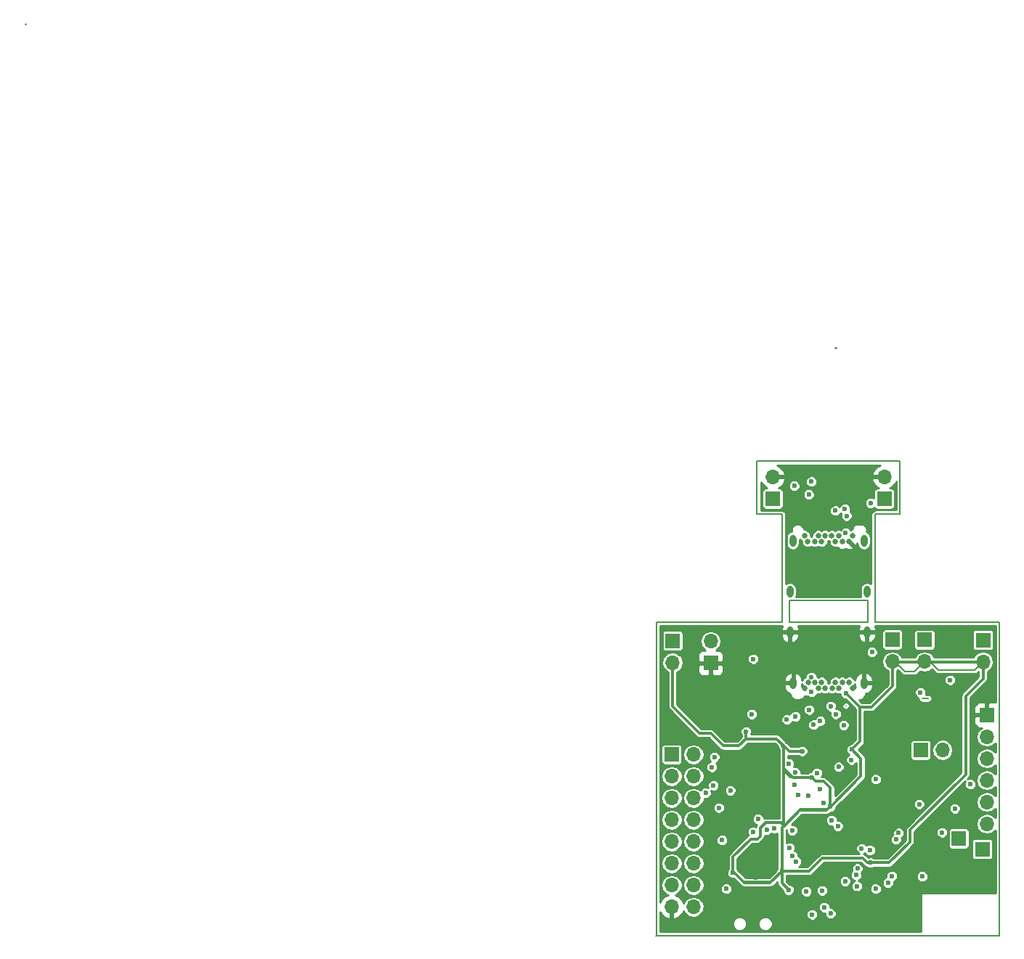
<source format=gbr>
%TF.GenerationSoftware,KiCad,Pcbnew,4.0.7*%
%TF.CreationDate,2019-02-19T19:06:54-06:00*%
%TF.ProjectId,GolfGloveMainBoardV1.0.0,476F6C66476C6F76654D61696E426F61,rev?*%
%TF.FileFunction,Copper,L3,Inr,Signal*%
%FSLAX46Y46*%
G04 Gerber Fmt 4.6, Leading zero omitted, Abs format (unit mm)*
G04 Created by KiCad (PCBNEW 4.0.7) date 02/19/19 19:06:54*
%MOMM*%
%LPD*%
G01*
G04 APERTURE LIST*
%ADD10C,0.100000*%
%ADD11C,0.150000*%
%ADD12C,0.600000*%
%ADD13O,0.800000X1.400000*%
%ADD14C,0.650000*%
%ADD15R,1.700000X1.700000*%
%ADD16O,1.700000X1.700000*%
%ADD17C,0.250000*%
%ADD18C,0.300000*%
%ADD19C,0.254000*%
G04 APERTURE END LIST*
D10*
D11*
X118120000Y-123130000D02*
X118120000Y-125640000D01*
X127220000Y-123130000D02*
X118120000Y-123130000D01*
X127220000Y-125640000D02*
X127220000Y-123130000D01*
X118130000Y-125640000D02*
X127220000Y-125640000D01*
X102580000Y-162200000D02*
X102570000Y-162200000D01*
X102580000Y-125640000D02*
X102580000Y-162200000D01*
X117250000Y-125640000D02*
X102580000Y-125640000D01*
X117250000Y-113080000D02*
X117250000Y-125640000D01*
X114340000Y-113080000D02*
X117250000Y-113080000D01*
X114340000Y-106880000D02*
X114340000Y-113080000D01*
X130990000Y-106880000D02*
X114340000Y-106880000D01*
X130990000Y-113080000D02*
X130990000Y-106880000D01*
X128090000Y-113080000D02*
X130990000Y-113080000D01*
X128090000Y-125650000D02*
X128090000Y-113080000D01*
X142570000Y-125650000D02*
X128090000Y-125650000D01*
X142570000Y-162200000D02*
X142570000Y-125650000D01*
X102580000Y-162200000D02*
X142570000Y-162200000D01*
D12*
X133050000Y-161550000D03*
X125650000Y-160600000D03*
X123900000Y-160200000D03*
X132500000Y-156550000D03*
X129850000Y-159600000D03*
X125250000Y-157750000D03*
X123000000Y-126500000D03*
X107000000Y-161000000D03*
X136000000Y-144000000D03*
X124000000Y-161350000D03*
X124350000Y-159300000D03*
X123700000Y-158650000D03*
X125000000Y-159950000D03*
X140500000Y-154500000D03*
X138500000Y-154500000D03*
X141500000Y-154500000D03*
X125900000Y-158400000D03*
X126600000Y-159000000D03*
X125450000Y-161450000D03*
X131000000Y-158000000D03*
X127150000Y-159600000D03*
X131000000Y-157000000D03*
X130000000Y-158500000D03*
X139500000Y-154500000D03*
X130000000Y-157500000D03*
X128050000Y-159600000D03*
X130200000Y-161300000D03*
X131150000Y-161300000D03*
X132000000Y-158500000D03*
X133000000Y-158500000D03*
X133000000Y-157500000D03*
X124750000Y-160750000D03*
X132150000Y-161500000D03*
X132000000Y-159500000D03*
X132000000Y-157500000D03*
X133500000Y-156500000D03*
X127400000Y-161300000D03*
X129250000Y-161300000D03*
X133000000Y-159500000D03*
X140000000Y-155500000D03*
X136000000Y-155500000D03*
X126400000Y-161200000D03*
X128300000Y-161300000D03*
X135000000Y-155500000D03*
X134500000Y-156500000D03*
X138000000Y-155500000D03*
X128950000Y-159600000D03*
X137000000Y-155500000D03*
X142000000Y-155500000D03*
X141000000Y-155500000D03*
X141500000Y-156500000D03*
X140500000Y-156500000D03*
X139500000Y-156500000D03*
X138500000Y-156500000D03*
X137500000Y-156500000D03*
X136500000Y-156500000D03*
X135500000Y-156500000D03*
X139000000Y-155500000D03*
D13*
X118535000Y-116145000D03*
X126795000Y-116145000D03*
X127155000Y-122095000D03*
X118175000Y-122095000D03*
D14*
X125465000Y-115545000D03*
X123865000Y-115545000D03*
X123065000Y-115545000D03*
X122265000Y-115545000D03*
X121465000Y-115545000D03*
X119865000Y-115545000D03*
X125065000Y-116245000D03*
X124265000Y-116245000D03*
X123465000Y-116245000D03*
X121865000Y-116245000D03*
X121065000Y-116245000D03*
X120265000Y-116245000D03*
D15*
X129165000Y-111255000D03*
D16*
X129165000Y-108715000D03*
D13*
X126805000Y-132760000D03*
X118545000Y-132760000D03*
X118185000Y-126810000D03*
X127165000Y-126810000D03*
D14*
X119875000Y-133360000D03*
X121475000Y-133360000D03*
X122275000Y-133360000D03*
X123075000Y-133360000D03*
X123875000Y-133360000D03*
X125475000Y-133360000D03*
X120275000Y-132660000D03*
X121075000Y-132660000D03*
X121875000Y-132660000D03*
X123475000Y-132660000D03*
X124275000Y-132660000D03*
X125075000Y-132660000D03*
D15*
X141140000Y-136490000D03*
D16*
X141140000Y-139030000D03*
X141140000Y-141570000D03*
X141140000Y-144110000D03*
X141140000Y-146650000D03*
X141140000Y-149190000D03*
D15*
X108940000Y-130410000D03*
D16*
X108940000Y-127870000D03*
D15*
X130120000Y-127690000D03*
D16*
X130120000Y-130230000D03*
D15*
X104490000Y-127830000D03*
D16*
X104490000Y-130370000D03*
D15*
X133860000Y-127710000D03*
D16*
X133860000Y-130250000D03*
D15*
X104390000Y-141080000D03*
D16*
X106930000Y-141080000D03*
X104390000Y-143620000D03*
X106930000Y-143620000D03*
X104390000Y-146160000D03*
X106930000Y-146160000D03*
X104390000Y-148700000D03*
X106930000Y-148700000D03*
X104390000Y-151240000D03*
X106930000Y-151240000D03*
X104390000Y-153780000D03*
X106930000Y-153780000D03*
X104390000Y-156320000D03*
X106930000Y-156320000D03*
X104390000Y-158860000D03*
X106930000Y-158860000D03*
D15*
X140600000Y-152120000D03*
X137850000Y-150890000D03*
X140680000Y-127730000D03*
D16*
X140680000Y-130270000D03*
D15*
X116165000Y-111255000D03*
D16*
X116165000Y-108715000D03*
D15*
X133420000Y-140570000D03*
D16*
X135960000Y-140570000D03*
D12*
X119340000Y-161360000D03*
X126025000Y-157250000D03*
X133875000Y-153475000D03*
X118050000Y-155800000D03*
X120180000Y-138450000D03*
X109060000Y-135020000D03*
X106880000Y-130340000D03*
X114220000Y-155420000D03*
X113865000Y-152870000D03*
X115170000Y-147740000D03*
X116680000Y-141630000D03*
X112650000Y-142530000D03*
X137230000Y-129300000D03*
X124470000Y-147640000D03*
X110760000Y-156750000D03*
X114450000Y-148610000D03*
X113710000Y-136380000D03*
X119610000Y-140700000D03*
X120710000Y-143750000D03*
X127570000Y-153720000D03*
X118020000Y-156880000D03*
X122880000Y-147170000D03*
X113070000Y-138400000D03*
X120670000Y-132070000D03*
X111530000Y-154890000D03*
X117230000Y-154710000D03*
X125410000Y-140500000D03*
X124720000Y-133960000D03*
X123750000Y-149440000D03*
X128180000Y-143970000D03*
X127565000Y-111755000D03*
X120365000Y-110755000D03*
X120750000Y-159750000D03*
X133380000Y-133850000D03*
X126040000Y-154390000D03*
X125900000Y-155160000D03*
X133230000Y-146870000D03*
X122900000Y-159640000D03*
X121925000Y-156950000D03*
X128175000Y-156750000D03*
X133600000Y-155300000D03*
X125970000Y-156450000D03*
X122175000Y-158900000D03*
X130075000Y-155250000D03*
X124600000Y-155875000D03*
X129600000Y-156050000D03*
X121670000Y-145090000D03*
X113890000Y-150120000D03*
X118750000Y-143180000D03*
X122930000Y-135450000D03*
X121320000Y-143260000D03*
X120290000Y-145870000D03*
X119100000Y-145840000D03*
X118680000Y-144630000D03*
X123520000Y-136380000D03*
X123840000Y-142540000D03*
X135900000Y-150170000D03*
X139210000Y-144560000D03*
X137380000Y-147390000D03*
X130520000Y-151010000D03*
X127500000Y-152240000D03*
X130850000Y-150240000D03*
X126530000Y-152030000D03*
X124565000Y-112455000D03*
X108340000Y-145560000D03*
X109260000Y-144690000D03*
X117800000Y-137020000D03*
X125350000Y-141710000D03*
X120920000Y-137630000D03*
X120670000Y-133800000D03*
X122100000Y-146700000D03*
X120075000Y-157050000D03*
X118050000Y-142170000D03*
X123465000Y-112655000D03*
X122665000Y-109855000D03*
X127165000Y-113655000D03*
X124665000Y-115255000D03*
X124765000Y-113255000D03*
X118900000Y-153580000D03*
X113890000Y-129940000D03*
X118800000Y-136640000D03*
X120420000Y-135860000D03*
X121700000Y-137180000D03*
X124430000Y-137660000D03*
X109060000Y-142550000D03*
X116340000Y-149690000D03*
X118150000Y-151950000D03*
X104390000Y-141080000D03*
X109360000Y-141390000D03*
X111220000Y-145290000D03*
X109880000Y-147290000D03*
X110250000Y-151060000D03*
X118490000Y-152910000D03*
X118440000Y-149940000D03*
X115470000Y-149880000D03*
X127740000Y-129140000D03*
X136830000Y-132390000D03*
X123010000Y-148760000D03*
X118665000Y-109755000D03*
X120665000Y-109255000D03*
D17*
X29050000Y-55850000D02*
X29050000Y-55875000D01*
X123500000Y-93650000D02*
X123450000Y-93650000D01*
D11*
X124680000Y-135430000D02*
X124690000Y-135420000D01*
X133580000Y-134560000D02*
X134300000Y-134560000D01*
X133570000Y-134550000D02*
X133580000Y-134560000D01*
X119320000Y-161340000D02*
X119310000Y-161340000D01*
X119340000Y-161360000D02*
X119320000Y-161340000D01*
D18*
X127570000Y-153720000D02*
X127195000Y-153720000D01*
X127195000Y-153720000D02*
X126650000Y-153175000D01*
X117230000Y-154710000D02*
X120390000Y-154710000D01*
X120390000Y-154710000D02*
X121925000Y-153175000D01*
X117230000Y-154710000D02*
X117230000Y-149645000D01*
X117230000Y-149645000D02*
X117487500Y-149387500D01*
X117230000Y-154710000D02*
X117230000Y-156090000D01*
X117230000Y-156090000D02*
X118020000Y-156880000D01*
X117487500Y-149437500D02*
X117487500Y-149387500D01*
X117487500Y-149387500D02*
X117487500Y-149187500D01*
X117487500Y-149187500D02*
X117300000Y-149000000D01*
X117300000Y-149000000D02*
X115300000Y-149000000D01*
X115300000Y-149000000D02*
X114700000Y-149600000D01*
X114700000Y-149600000D02*
X114700000Y-150625000D01*
X114700000Y-150625000D02*
X114375000Y-150950000D01*
X113600000Y-150950000D02*
X111530000Y-153020000D01*
X114375000Y-150950000D02*
X113600000Y-150950000D01*
X111530000Y-153020000D02*
X111530000Y-154730000D01*
X111530000Y-154730000D02*
X112800000Y-156000000D01*
X112800000Y-156000000D02*
X115940000Y-156000000D01*
X115940000Y-156000000D02*
X117230000Y-154710000D01*
X140680000Y-130270000D02*
X140680000Y-132220000D01*
X140680000Y-132220000D02*
X138650000Y-134250000D01*
X138650000Y-134250000D02*
X138650000Y-143425000D01*
X138650000Y-143425000D02*
X132175000Y-149900000D01*
X132175000Y-149900000D02*
X132175000Y-151300000D01*
X126342500Y-135582500D02*
X127667500Y-135582500D01*
X127667500Y-135582500D02*
X130120000Y-133130000D01*
X130120000Y-133130000D02*
X130120000Y-130230000D01*
X130120000Y-130230000D02*
X130160000Y-130270000D01*
X130160000Y-130270000D02*
X140680000Y-130270000D01*
X126450000Y-143600000D02*
X126450000Y-141540000D01*
X126450000Y-141540000D02*
X125410000Y-140500000D01*
X125410000Y-140500000D02*
X126342500Y-139567500D01*
X126342500Y-139567500D02*
X126342500Y-135582500D01*
X126342500Y-135582500D02*
X124720000Y-133960000D01*
X117437500Y-149437500D02*
X117487500Y-149437500D01*
X122550000Y-147500000D02*
X122880000Y-147170000D01*
X119425000Y-147500000D02*
X122550000Y-147500000D01*
X117487500Y-149437500D02*
X119425000Y-147500000D01*
X122880000Y-147170000D02*
X122880000Y-144980000D01*
X122880000Y-144980000D02*
X122100000Y-144200000D01*
X122100000Y-144200000D02*
X121160000Y-144200000D01*
X121160000Y-144200000D02*
X120710000Y-143750000D01*
X120710000Y-143750000D02*
X118550000Y-143750000D01*
X118550000Y-143750000D02*
X117437500Y-142637500D01*
X117437500Y-140062500D02*
X117437500Y-142637500D01*
X117437500Y-142637500D02*
X117437500Y-149437500D01*
X117437500Y-149437500D02*
X117475000Y-149475000D01*
X113050000Y-139250000D02*
X116625000Y-139250000D01*
X116625000Y-139250000D02*
X117437500Y-140062500D01*
X117437500Y-140062500D02*
X118075000Y-140700000D01*
X118075000Y-140700000D02*
X119610000Y-140700000D01*
X104490000Y-130370000D02*
X104490000Y-135465000D01*
X104490000Y-135465000D02*
X107650000Y-138625000D01*
X107650000Y-138625000D02*
X108950000Y-138625000D01*
X108950000Y-138625000D02*
X110400000Y-140075000D01*
X110400000Y-140075000D02*
X112225000Y-140075000D01*
X112225000Y-140075000D02*
X113050000Y-139250000D01*
X113050000Y-139250000D02*
X113070000Y-139230000D01*
X113070000Y-139230000D02*
X113070000Y-138400000D01*
D11*
X111530000Y-154890000D02*
X111690000Y-154890000D01*
X115840000Y-156100000D02*
X117230000Y-154710000D01*
X112900000Y-156100000D02*
X115840000Y-156100000D01*
X111690000Y-154890000D02*
X112900000Y-156100000D01*
X111530000Y-154890000D02*
X111530000Y-153020000D01*
X117000000Y-149000000D02*
X117475000Y-149475000D01*
X114700000Y-150625000D02*
X114700000Y-149750000D01*
X114700000Y-149750000D02*
X115450000Y-149000000D01*
X115450000Y-149000000D02*
X117000000Y-149000000D01*
X114425000Y-150900000D02*
X114700000Y-150625000D01*
X111530000Y-153020000D02*
X113650000Y-150900000D01*
X113650000Y-150900000D02*
X114425000Y-150900000D01*
D18*
X129755000Y-153720000D02*
X127570000Y-153720000D01*
X132175000Y-151300000D02*
X129755000Y-153720000D01*
D11*
X132175000Y-149900000D02*
X132175000Y-151300000D01*
X138650000Y-143425000D02*
X132175000Y-149900000D01*
X138650000Y-134250000D02*
X138650000Y-143425000D01*
X140680000Y-132220000D02*
X138650000Y-134250000D01*
X133860000Y-130250000D02*
X134475000Y-130250000D01*
X134475000Y-130250000D02*
X135450000Y-131225000D01*
X139725000Y-131225000D02*
X140680000Y-130270000D01*
X135450000Y-131225000D02*
X139725000Y-131225000D01*
X130120000Y-130230000D02*
X130380000Y-130230000D01*
X130380000Y-130230000D02*
X131550000Y-131400000D01*
X132710000Y-131400000D02*
X133860000Y-130250000D01*
X131550000Y-131400000D02*
X132710000Y-131400000D01*
X117475000Y-143025000D02*
X117475000Y-149475000D01*
X117475000Y-149475000D02*
X117230000Y-149720000D01*
X120710000Y-143750000D02*
X118200000Y-143750000D01*
X117175000Y-140100000D02*
X117175000Y-139800000D01*
X117475000Y-140400000D02*
X117175000Y-140100000D01*
X117475000Y-143025000D02*
X117475000Y-140400000D01*
X118200000Y-143750000D02*
X117475000Y-143025000D01*
X112975000Y-139325000D02*
X116700000Y-139325000D01*
X116700000Y-139325000D02*
X117175000Y-139800000D01*
X117175000Y-139800000D02*
X118075000Y-140700000D01*
X118075000Y-140700000D02*
X119610000Y-140700000D01*
X113070000Y-139230000D02*
X113070000Y-138400000D01*
X112225000Y-140075000D02*
X112975000Y-139325000D01*
X112975000Y-139325000D02*
X113070000Y-139230000D01*
X110400000Y-140075000D02*
X112225000Y-140075000D01*
X108950000Y-138625000D02*
X110400000Y-140075000D01*
X107650000Y-138625000D02*
X108950000Y-138625000D01*
X104490000Y-135465000D02*
X107650000Y-138625000D01*
D18*
X127195000Y-153720000D02*
X126650000Y-153175000D01*
X126650000Y-153175000D02*
X121925000Y-153175000D01*
D11*
X121925000Y-153175000D02*
X120390000Y-154710000D01*
X126450000Y-143600000D02*
X126450000Y-143625000D01*
D18*
X126450000Y-143625000D02*
X122905000Y-147170000D01*
D11*
X122905000Y-147170000D02*
X122880000Y-147170000D01*
X126342500Y-135582500D02*
X126342500Y-139567500D01*
X126342500Y-139567500D02*
X125410000Y-140500000D01*
X130120000Y-130230000D02*
X130120000Y-133130000D01*
X126342500Y-135582500D02*
X124720000Y-133960000D01*
X140680000Y-130270000D02*
X130160000Y-130270000D01*
X130160000Y-130270000D02*
X130120000Y-130230000D01*
X130120000Y-130230000D02*
X133840000Y-130230000D01*
X133840000Y-130230000D02*
X133880000Y-130270000D01*
X133880000Y-130270000D02*
X140680000Y-130270000D01*
X117230000Y-154710000D02*
X117230000Y-149720000D01*
X117230000Y-149720000D02*
X117230000Y-149695000D01*
X122400000Y-147650000D02*
X122880000Y-147170000D01*
X119275000Y-147650000D02*
X122400000Y-147650000D01*
X117230000Y-149695000D02*
X119275000Y-147650000D01*
D18*
X122880000Y-147170000D02*
X122880000Y-144980000D01*
D11*
X121160000Y-144200000D02*
X120710000Y-143750000D01*
X122100000Y-144200000D02*
X121160000Y-144200000D01*
X122880000Y-144980000D02*
X122100000Y-144200000D01*
X127570000Y-153720000D02*
X127550000Y-153740000D01*
X118000000Y-156900000D02*
X117990000Y-156900000D01*
X118020000Y-156880000D02*
X118000000Y-156900000D01*
X122880000Y-147170000D02*
X122860000Y-147150000D01*
X113080000Y-138390000D02*
X113100000Y-138390000D01*
X113070000Y-138400000D02*
X113080000Y-138390000D01*
X111530000Y-154890000D02*
X111530000Y-154880000D01*
X117230000Y-154710000D02*
X117230000Y-154720000D01*
D19*
G36*
X117150000Y-126383000D02*
X117150000Y-126683000D01*
X118058000Y-126683000D01*
X118058000Y-126663000D01*
X118312000Y-126663000D01*
X118312000Y-126683000D01*
X119220000Y-126683000D01*
X119220000Y-126383000D01*
X119124068Y-126092000D01*
X126225932Y-126092000D01*
X126130000Y-126383000D01*
X126130000Y-126683000D01*
X127038000Y-126683000D01*
X127038000Y-126663000D01*
X127292000Y-126663000D01*
X127292000Y-126683000D01*
X128200000Y-126683000D01*
X128200000Y-126383000D01*
X128107365Y-126102000D01*
X142118000Y-126102000D01*
X142118000Y-135005700D01*
X142116309Y-135005000D01*
X141425750Y-135005000D01*
X141267000Y-135163750D01*
X141267000Y-136363000D01*
X141287000Y-136363000D01*
X141287000Y-136617000D01*
X141267000Y-136617000D01*
X141267000Y-136637000D01*
X141013000Y-136637000D01*
X141013000Y-136617000D01*
X139813750Y-136617000D01*
X139655000Y-136775750D01*
X139655000Y-137466310D01*
X139751673Y-137699699D01*
X139930302Y-137878327D01*
X140163691Y-137975000D01*
X140528776Y-137975000D01*
X140248342Y-138162380D01*
X139982362Y-138560447D01*
X139888962Y-139030000D01*
X139982362Y-139499553D01*
X140248342Y-139897620D01*
X140646409Y-140163600D01*
X141115962Y-140257000D01*
X141164038Y-140257000D01*
X141633591Y-140163600D01*
X142031658Y-139897620D01*
X142118000Y-139768400D01*
X142118000Y-140831600D01*
X142031658Y-140702380D01*
X141633591Y-140436400D01*
X141164038Y-140343000D01*
X141115962Y-140343000D01*
X140646409Y-140436400D01*
X140248342Y-140702380D01*
X139982362Y-141100447D01*
X139888962Y-141570000D01*
X139982362Y-142039553D01*
X140248342Y-142437620D01*
X140646409Y-142703600D01*
X141115962Y-142797000D01*
X141164038Y-142797000D01*
X141633591Y-142703600D01*
X142031658Y-142437620D01*
X142118000Y-142308400D01*
X142118000Y-143371600D01*
X142031658Y-143242380D01*
X141633591Y-142976400D01*
X141164038Y-142883000D01*
X141115962Y-142883000D01*
X140646409Y-142976400D01*
X140248342Y-143242380D01*
X139982362Y-143640447D01*
X139888962Y-144110000D01*
X139982362Y-144579553D01*
X140248342Y-144977620D01*
X140646409Y-145243600D01*
X141115962Y-145337000D01*
X141164038Y-145337000D01*
X141633591Y-145243600D01*
X142031658Y-144977620D01*
X142118000Y-144848400D01*
X142118000Y-145911600D01*
X142031658Y-145782380D01*
X141633591Y-145516400D01*
X141164038Y-145423000D01*
X141115962Y-145423000D01*
X140646409Y-145516400D01*
X140248342Y-145782380D01*
X139982362Y-146180447D01*
X139888962Y-146650000D01*
X139982362Y-147119553D01*
X140248342Y-147517620D01*
X140646409Y-147783600D01*
X141115962Y-147877000D01*
X141164038Y-147877000D01*
X141633591Y-147783600D01*
X142031658Y-147517620D01*
X142118000Y-147388400D01*
X142118000Y-148451600D01*
X142031658Y-148322380D01*
X141633591Y-148056400D01*
X141164038Y-147963000D01*
X141115962Y-147963000D01*
X140646409Y-148056400D01*
X140248342Y-148322380D01*
X139982362Y-148720447D01*
X139888962Y-149190000D01*
X139982362Y-149659553D01*
X140248342Y-150057620D01*
X140646409Y-150323600D01*
X141115962Y-150417000D01*
X141164038Y-150417000D01*
X141633591Y-150323600D01*
X142031658Y-150057620D01*
X142118000Y-149928400D01*
X142118000Y-157223439D01*
X133589858Y-157233000D01*
X133543841Y-157241685D01*
X133501447Y-157268965D01*
X133473006Y-157310590D01*
X133463000Y-157360000D01*
X133463000Y-161748000D01*
X103032000Y-161748000D01*
X103032000Y-160993779D01*
X111472857Y-160993779D01*
X111598495Y-161297846D01*
X111830930Y-161530688D01*
X112134778Y-161656856D01*
X112463779Y-161657143D01*
X112767846Y-161531505D01*
X113000688Y-161299070D01*
X113126856Y-160995222D01*
X113126857Y-160993779D01*
X114472857Y-160993779D01*
X114598495Y-161297846D01*
X114830930Y-161530688D01*
X115134778Y-161656856D01*
X115463779Y-161657143D01*
X115767846Y-161531505D01*
X116000688Y-161299070D01*
X116126856Y-160995222D01*
X116127143Y-160666221D01*
X116001505Y-160362154D01*
X115769070Y-160129312D01*
X115465222Y-160003144D01*
X115136221Y-160002857D01*
X114832154Y-160128495D01*
X114599312Y-160360930D01*
X114473144Y-160664778D01*
X114472857Y-160993779D01*
X113126857Y-160993779D01*
X113127143Y-160666221D01*
X113001505Y-160362154D01*
X112769070Y-160129312D01*
X112465222Y-160003144D01*
X112136221Y-160002857D01*
X111832154Y-160128495D01*
X111599312Y-160360930D01*
X111473144Y-160664778D01*
X111472857Y-160993779D01*
X103032000Y-160993779D01*
X103032000Y-159418432D01*
X103118355Y-159626924D01*
X103508642Y-160055183D01*
X104033108Y-160301486D01*
X104263000Y-160180819D01*
X104263000Y-158987000D01*
X104243000Y-158987000D01*
X104243000Y-158733000D01*
X104263000Y-158733000D01*
X104263000Y-158713000D01*
X104517000Y-158713000D01*
X104517000Y-158733000D01*
X104537000Y-158733000D01*
X104537000Y-158987000D01*
X104517000Y-158987000D01*
X104517000Y-160180819D01*
X104746892Y-160301486D01*
X105271358Y-160055183D01*
X105661645Y-159626924D01*
X105780048Y-159341056D01*
X106038342Y-159727620D01*
X106436409Y-159993600D01*
X106905962Y-160087000D01*
X106954038Y-160087000D01*
X107423591Y-159993600D01*
X107587509Y-159884073D01*
X120072883Y-159884073D01*
X120175733Y-160132989D01*
X120366010Y-160323598D01*
X120614746Y-160426882D01*
X120884073Y-160427117D01*
X121132989Y-160324267D01*
X121323598Y-160133990D01*
X121426882Y-159885254D01*
X121427117Y-159615927D01*
X121324267Y-159367011D01*
X121133990Y-159176402D01*
X120885254Y-159073118D01*
X120615927Y-159072883D01*
X120367011Y-159175733D01*
X120176402Y-159366010D01*
X120073118Y-159614746D01*
X120072883Y-159884073D01*
X107587509Y-159884073D01*
X107821658Y-159727620D01*
X108087638Y-159329553D01*
X108146412Y-159034073D01*
X121497883Y-159034073D01*
X121600733Y-159282989D01*
X121791010Y-159473598D01*
X122039746Y-159576882D01*
X122223055Y-159577042D01*
X122222883Y-159774073D01*
X122325733Y-160022989D01*
X122516010Y-160213598D01*
X122764746Y-160316882D01*
X123034073Y-160317117D01*
X123282989Y-160214267D01*
X123473598Y-160023990D01*
X123576882Y-159775254D01*
X123577117Y-159505927D01*
X123474267Y-159257011D01*
X123283990Y-159066402D01*
X123035254Y-158963118D01*
X122851945Y-158962958D01*
X122852117Y-158765927D01*
X122749267Y-158517011D01*
X122558990Y-158326402D01*
X122310254Y-158223118D01*
X122040927Y-158222883D01*
X121792011Y-158325733D01*
X121601402Y-158516010D01*
X121498118Y-158764746D01*
X121497883Y-159034073D01*
X108146412Y-159034073D01*
X108181038Y-158860000D01*
X108087638Y-158390447D01*
X107821658Y-157992380D01*
X107423591Y-157726400D01*
X106954038Y-157633000D01*
X106905962Y-157633000D01*
X106436409Y-157726400D01*
X106038342Y-157992380D01*
X105780048Y-158378944D01*
X105661645Y-158093076D01*
X105271358Y-157664817D01*
X104840046Y-157462262D01*
X104883591Y-157453600D01*
X105281658Y-157187620D01*
X105547638Y-156789553D01*
X105641038Y-156320000D01*
X105678962Y-156320000D01*
X105772362Y-156789553D01*
X106038342Y-157187620D01*
X106436409Y-157453600D01*
X106905962Y-157547000D01*
X106954038Y-157547000D01*
X107423591Y-157453600D01*
X107821658Y-157187620D01*
X108024481Y-156884073D01*
X110082883Y-156884073D01*
X110185733Y-157132989D01*
X110376010Y-157323598D01*
X110624746Y-157426882D01*
X110894073Y-157427117D01*
X111142989Y-157324267D01*
X111333598Y-157133990D01*
X111436882Y-156885254D01*
X111437117Y-156615927D01*
X111334267Y-156367011D01*
X111143990Y-156176402D01*
X110895254Y-156073118D01*
X110625927Y-156072883D01*
X110377011Y-156175733D01*
X110186402Y-156366010D01*
X110083118Y-156614746D01*
X110082883Y-156884073D01*
X108024481Y-156884073D01*
X108087638Y-156789553D01*
X108181038Y-156320000D01*
X108087638Y-155850447D01*
X107821658Y-155452380D01*
X107423591Y-155186400D01*
X106954038Y-155093000D01*
X106905962Y-155093000D01*
X106436409Y-155186400D01*
X106038342Y-155452380D01*
X105772362Y-155850447D01*
X105678962Y-156320000D01*
X105641038Y-156320000D01*
X105547638Y-155850447D01*
X105281658Y-155452380D01*
X104883591Y-155186400D01*
X104414038Y-155093000D01*
X104365962Y-155093000D01*
X103896409Y-155186400D01*
X103498342Y-155452380D01*
X103232362Y-155850447D01*
X103138962Y-156320000D01*
X103232362Y-156789553D01*
X103498342Y-157187620D01*
X103896409Y-157453600D01*
X103939954Y-157462262D01*
X103508642Y-157664817D01*
X103118355Y-158093076D01*
X103032000Y-158301568D01*
X103032000Y-153780000D01*
X103138962Y-153780000D01*
X103232362Y-154249553D01*
X103498342Y-154647620D01*
X103896409Y-154913600D01*
X104365962Y-155007000D01*
X104414038Y-155007000D01*
X104883591Y-154913600D01*
X105281658Y-154647620D01*
X105547638Y-154249553D01*
X105641038Y-153780000D01*
X105678962Y-153780000D01*
X105772362Y-154249553D01*
X106038342Y-154647620D01*
X106436409Y-154913600D01*
X106905962Y-155007000D01*
X106954038Y-155007000D01*
X107423591Y-154913600D01*
X107821658Y-154647620D01*
X108087638Y-154249553D01*
X108181038Y-153780000D01*
X108087638Y-153310447D01*
X107821658Y-152912380D01*
X107423591Y-152646400D01*
X106954038Y-152553000D01*
X106905962Y-152553000D01*
X106436409Y-152646400D01*
X106038342Y-152912380D01*
X105772362Y-153310447D01*
X105678962Y-153780000D01*
X105641038Y-153780000D01*
X105547638Y-153310447D01*
X105281658Y-152912380D01*
X104883591Y-152646400D01*
X104414038Y-152553000D01*
X104365962Y-152553000D01*
X103896409Y-152646400D01*
X103498342Y-152912380D01*
X103232362Y-153310447D01*
X103138962Y-153780000D01*
X103032000Y-153780000D01*
X103032000Y-151240000D01*
X103138962Y-151240000D01*
X103232362Y-151709553D01*
X103498342Y-152107620D01*
X103896409Y-152373600D01*
X104365962Y-152467000D01*
X104414038Y-152467000D01*
X104883591Y-152373600D01*
X105281658Y-152107620D01*
X105547638Y-151709553D01*
X105641038Y-151240000D01*
X105678962Y-151240000D01*
X105772362Y-151709553D01*
X106038342Y-152107620D01*
X106436409Y-152373600D01*
X106905962Y-152467000D01*
X106954038Y-152467000D01*
X107423591Y-152373600D01*
X107821658Y-152107620D01*
X108087638Y-151709553D01*
X108181038Y-151240000D01*
X108171903Y-151194073D01*
X109572883Y-151194073D01*
X109675733Y-151442989D01*
X109866010Y-151633598D01*
X110114746Y-151736882D01*
X110384073Y-151737117D01*
X110632989Y-151634267D01*
X110823598Y-151443990D01*
X110926882Y-151195254D01*
X110927117Y-150925927D01*
X110824267Y-150677011D01*
X110633990Y-150486402D01*
X110385254Y-150383118D01*
X110115927Y-150382883D01*
X109867011Y-150485733D01*
X109676402Y-150676010D01*
X109573118Y-150924746D01*
X109572883Y-151194073D01*
X108171903Y-151194073D01*
X108087638Y-150770447D01*
X107821658Y-150372380D01*
X107423591Y-150106400D01*
X106954038Y-150013000D01*
X106905962Y-150013000D01*
X106436409Y-150106400D01*
X106038342Y-150372380D01*
X105772362Y-150770447D01*
X105678962Y-151240000D01*
X105641038Y-151240000D01*
X105547638Y-150770447D01*
X105281658Y-150372380D01*
X104883591Y-150106400D01*
X104414038Y-150013000D01*
X104365962Y-150013000D01*
X103896409Y-150106400D01*
X103498342Y-150372380D01*
X103232362Y-150770447D01*
X103138962Y-151240000D01*
X103032000Y-151240000D01*
X103032000Y-148700000D01*
X103138962Y-148700000D01*
X103232362Y-149169553D01*
X103498342Y-149567620D01*
X103896409Y-149833600D01*
X104365962Y-149927000D01*
X104414038Y-149927000D01*
X104883591Y-149833600D01*
X105281658Y-149567620D01*
X105547638Y-149169553D01*
X105641038Y-148700000D01*
X105678962Y-148700000D01*
X105772362Y-149169553D01*
X106038342Y-149567620D01*
X106436409Y-149833600D01*
X106905962Y-149927000D01*
X106954038Y-149927000D01*
X107423591Y-149833600D01*
X107821658Y-149567620D01*
X108087638Y-149169553D01*
X108181038Y-148700000D01*
X108087638Y-148230447D01*
X107821658Y-147832380D01*
X107423591Y-147566400D01*
X106954038Y-147473000D01*
X106905962Y-147473000D01*
X106436409Y-147566400D01*
X106038342Y-147832380D01*
X105772362Y-148230447D01*
X105678962Y-148700000D01*
X105641038Y-148700000D01*
X105547638Y-148230447D01*
X105281658Y-147832380D01*
X104883591Y-147566400D01*
X104414038Y-147473000D01*
X104365962Y-147473000D01*
X103896409Y-147566400D01*
X103498342Y-147832380D01*
X103232362Y-148230447D01*
X103138962Y-148700000D01*
X103032000Y-148700000D01*
X103032000Y-147424073D01*
X109202883Y-147424073D01*
X109305733Y-147672989D01*
X109496010Y-147863598D01*
X109744746Y-147966882D01*
X110014073Y-147967117D01*
X110262989Y-147864267D01*
X110453598Y-147673990D01*
X110556882Y-147425254D01*
X110557117Y-147155927D01*
X110454267Y-146907011D01*
X110263990Y-146716402D01*
X110015254Y-146613118D01*
X109745927Y-146612883D01*
X109497011Y-146715733D01*
X109306402Y-146906010D01*
X109203118Y-147154746D01*
X109202883Y-147424073D01*
X103032000Y-147424073D01*
X103032000Y-146160000D01*
X103138962Y-146160000D01*
X103232362Y-146629553D01*
X103498342Y-147027620D01*
X103896409Y-147293600D01*
X104365962Y-147387000D01*
X104414038Y-147387000D01*
X104883591Y-147293600D01*
X105281658Y-147027620D01*
X105547638Y-146629553D01*
X105641038Y-146160000D01*
X105678962Y-146160000D01*
X105772362Y-146629553D01*
X106038342Y-147027620D01*
X106436409Y-147293600D01*
X106905962Y-147387000D01*
X106954038Y-147387000D01*
X107423591Y-147293600D01*
X107821658Y-147027620D01*
X108087638Y-146629553D01*
X108168721Y-146221923D01*
X108204746Y-146236882D01*
X108474073Y-146237117D01*
X108722989Y-146134267D01*
X108913598Y-145943990D01*
X109016882Y-145695254D01*
X109017117Y-145425927D01*
X109016351Y-145424073D01*
X110542883Y-145424073D01*
X110645733Y-145672989D01*
X110836010Y-145863598D01*
X111084746Y-145966882D01*
X111354073Y-145967117D01*
X111602989Y-145864267D01*
X111793598Y-145673990D01*
X111896882Y-145425254D01*
X111897117Y-145155927D01*
X111794267Y-144907011D01*
X111603990Y-144716402D01*
X111355254Y-144613118D01*
X111085927Y-144612883D01*
X110837011Y-144715733D01*
X110646402Y-144906010D01*
X110543118Y-145154746D01*
X110542883Y-145424073D01*
X109016351Y-145424073D01*
X108965377Y-145300706D01*
X109124746Y-145366882D01*
X109394073Y-145367117D01*
X109642989Y-145264267D01*
X109833598Y-145073990D01*
X109936882Y-144825254D01*
X109937117Y-144555927D01*
X109834267Y-144307011D01*
X109643990Y-144116402D01*
X109395254Y-144013118D01*
X109125927Y-144012883D01*
X108877011Y-144115733D01*
X108686402Y-144306010D01*
X108583118Y-144554746D01*
X108582883Y-144824073D01*
X108634623Y-144949294D01*
X108475254Y-144883118D01*
X108205927Y-144882883D01*
X107957011Y-144985733D01*
X107766402Y-145176010D01*
X107740577Y-145238203D01*
X107423591Y-145026400D01*
X106954038Y-144933000D01*
X106905962Y-144933000D01*
X106436409Y-145026400D01*
X106038342Y-145292380D01*
X105772362Y-145690447D01*
X105678962Y-146160000D01*
X105641038Y-146160000D01*
X105547638Y-145690447D01*
X105281658Y-145292380D01*
X104883591Y-145026400D01*
X104414038Y-144933000D01*
X104365962Y-144933000D01*
X103896409Y-145026400D01*
X103498342Y-145292380D01*
X103232362Y-145690447D01*
X103138962Y-146160000D01*
X103032000Y-146160000D01*
X103032000Y-143620000D01*
X103138962Y-143620000D01*
X103232362Y-144089553D01*
X103498342Y-144487620D01*
X103896409Y-144753600D01*
X104365962Y-144847000D01*
X104414038Y-144847000D01*
X104883591Y-144753600D01*
X105281658Y-144487620D01*
X105547638Y-144089553D01*
X105641038Y-143620000D01*
X105678962Y-143620000D01*
X105772362Y-144089553D01*
X106038342Y-144487620D01*
X106436409Y-144753600D01*
X106905962Y-144847000D01*
X106954038Y-144847000D01*
X107423591Y-144753600D01*
X107821658Y-144487620D01*
X108087638Y-144089553D01*
X108181038Y-143620000D01*
X108087638Y-143150447D01*
X107821658Y-142752380D01*
X107719430Y-142684073D01*
X108382883Y-142684073D01*
X108485733Y-142932989D01*
X108676010Y-143123598D01*
X108924746Y-143226882D01*
X109194073Y-143227117D01*
X109442989Y-143124267D01*
X109633598Y-142933990D01*
X109736882Y-142685254D01*
X109737117Y-142415927D01*
X109634267Y-142167011D01*
X109522728Y-142055277D01*
X109742989Y-141964267D01*
X109933598Y-141773990D01*
X110036882Y-141525254D01*
X110037117Y-141255927D01*
X109934267Y-141007011D01*
X109743990Y-140816402D01*
X109495254Y-140713118D01*
X109225927Y-140712883D01*
X108977011Y-140815733D01*
X108786402Y-141006010D01*
X108683118Y-141254746D01*
X108682883Y-141524073D01*
X108785733Y-141772989D01*
X108897272Y-141884723D01*
X108677011Y-141975733D01*
X108486402Y-142166010D01*
X108383118Y-142414746D01*
X108382883Y-142684073D01*
X107719430Y-142684073D01*
X107423591Y-142486400D01*
X106954038Y-142393000D01*
X106905962Y-142393000D01*
X106436409Y-142486400D01*
X106038342Y-142752380D01*
X105772362Y-143150447D01*
X105678962Y-143620000D01*
X105641038Y-143620000D01*
X105547638Y-143150447D01*
X105281658Y-142752380D01*
X104883591Y-142486400D01*
X104414038Y-142393000D01*
X104365962Y-142393000D01*
X103896409Y-142486400D01*
X103498342Y-142752380D01*
X103232362Y-143150447D01*
X103138962Y-143620000D01*
X103032000Y-143620000D01*
X103032000Y-140230000D01*
X103155615Y-140230000D01*
X103155615Y-141930000D01*
X103181903Y-142069708D01*
X103264470Y-142198020D01*
X103390453Y-142284101D01*
X103540000Y-142314385D01*
X105240000Y-142314385D01*
X105379708Y-142288097D01*
X105508020Y-142205530D01*
X105594101Y-142079547D01*
X105624385Y-141930000D01*
X105624385Y-141080000D01*
X105678962Y-141080000D01*
X105772362Y-141549553D01*
X106038342Y-141947620D01*
X106436409Y-142213600D01*
X106905962Y-142307000D01*
X106954038Y-142307000D01*
X107423591Y-142213600D01*
X107821658Y-141947620D01*
X108087638Y-141549553D01*
X108181038Y-141080000D01*
X108087638Y-140610447D01*
X107821658Y-140212380D01*
X107423591Y-139946400D01*
X106954038Y-139853000D01*
X106905962Y-139853000D01*
X106436409Y-139946400D01*
X106038342Y-140212380D01*
X105772362Y-140610447D01*
X105678962Y-141080000D01*
X105624385Y-141080000D01*
X105624385Y-140230000D01*
X105598097Y-140090292D01*
X105515530Y-139961980D01*
X105389547Y-139875899D01*
X105240000Y-139845615D01*
X103540000Y-139845615D01*
X103400292Y-139871903D01*
X103271980Y-139954470D01*
X103185899Y-140080453D01*
X103155615Y-140230000D01*
X103032000Y-140230000D01*
X103032000Y-130370000D01*
X103238962Y-130370000D01*
X103332362Y-130839553D01*
X103598342Y-131237620D01*
X103963000Y-131481277D01*
X103963000Y-135465000D01*
X104003115Y-135666675D01*
X104117355Y-135837645D01*
X107277355Y-138997645D01*
X107448325Y-139111885D01*
X107650000Y-139152000D01*
X108731710Y-139152000D01*
X110027355Y-140447646D01*
X110198326Y-140561885D01*
X110400000Y-140602000D01*
X112225000Y-140602000D01*
X112426675Y-140561885D01*
X112597645Y-140447645D01*
X113268290Y-139777000D01*
X116406710Y-139777000D01*
X116723000Y-140093291D01*
X116723000Y-140100000D01*
X116757406Y-140272973D01*
X116855388Y-140419612D01*
X116910500Y-140474724D01*
X116910500Y-148473000D01*
X115300000Y-148473000D01*
X115127090Y-148507393D01*
X115127117Y-148475927D01*
X115024267Y-148227011D01*
X114833990Y-148036402D01*
X114585254Y-147933118D01*
X114315927Y-147932883D01*
X114067011Y-148035733D01*
X113876402Y-148226010D01*
X113773118Y-148474746D01*
X113772883Y-148744073D01*
X113875733Y-148992989D01*
X114066010Y-149183598D01*
X114293480Y-149278052D01*
X114213115Y-149398325D01*
X114190553Y-149511756D01*
X114025254Y-149443118D01*
X113755927Y-149442883D01*
X113507011Y-149545733D01*
X113316402Y-149736010D01*
X113213118Y-149984746D01*
X113212883Y-150254073D01*
X113315733Y-150502989D01*
X113324903Y-150512175D01*
X113227355Y-150577355D01*
X111157355Y-152647355D01*
X111043115Y-152818325D01*
X111012284Y-152973325D01*
X111003000Y-153020000D01*
X111003000Y-154459493D01*
X110956402Y-154506010D01*
X110853118Y-154754746D01*
X110852883Y-155024073D01*
X110955733Y-155272989D01*
X111146010Y-155463598D01*
X111394746Y-155566882D01*
X111621790Y-155567080D01*
X112427355Y-156372645D01*
X112598325Y-156486885D01*
X112631785Y-156493540D01*
X112716140Y-156510319D01*
X112727027Y-156517594D01*
X112900000Y-156552000D01*
X115840000Y-156552000D01*
X116012973Y-156517594D01*
X116023860Y-156510319D01*
X116141675Y-156486885D01*
X116312645Y-156372645D01*
X116703000Y-155982290D01*
X116703000Y-156090000D01*
X116743115Y-156291675D01*
X116857355Y-156462645D01*
X117342940Y-156948230D01*
X117342883Y-157014073D01*
X117445733Y-157262989D01*
X117636010Y-157453598D01*
X117884746Y-157556882D01*
X118154073Y-157557117D01*
X118402989Y-157454267D01*
X118593598Y-157263990D01*
X118626782Y-157184073D01*
X119397883Y-157184073D01*
X119500733Y-157432989D01*
X119691010Y-157623598D01*
X119939746Y-157726882D01*
X120209073Y-157727117D01*
X120457989Y-157624267D01*
X120648598Y-157433990D01*
X120751882Y-157185254D01*
X120751970Y-157084073D01*
X121247883Y-157084073D01*
X121350733Y-157332989D01*
X121541010Y-157523598D01*
X121789746Y-157626882D01*
X122059073Y-157627117D01*
X122307989Y-157524267D01*
X122498598Y-157333990D01*
X122601882Y-157085254D01*
X122602117Y-156815927D01*
X122499267Y-156567011D01*
X122308990Y-156376402D01*
X122060254Y-156273118D01*
X121790927Y-156272883D01*
X121542011Y-156375733D01*
X121351402Y-156566010D01*
X121248118Y-156814746D01*
X121247883Y-157084073D01*
X120751970Y-157084073D01*
X120752117Y-156915927D01*
X120649267Y-156667011D01*
X120458990Y-156476402D01*
X120210254Y-156373118D01*
X119940927Y-156372883D01*
X119692011Y-156475733D01*
X119501402Y-156666010D01*
X119398118Y-156914746D01*
X119397883Y-157184073D01*
X118626782Y-157184073D01*
X118696882Y-157015254D01*
X118697117Y-156745927D01*
X118594267Y-156497011D01*
X118403990Y-156306402D01*
X118155254Y-156203118D01*
X118088350Y-156203060D01*
X117894363Y-156009073D01*
X123922883Y-156009073D01*
X124025733Y-156257989D01*
X124216010Y-156448598D01*
X124464746Y-156551882D01*
X124734073Y-156552117D01*
X124982989Y-156449267D01*
X125173598Y-156258990D01*
X125276882Y-156010254D01*
X125277117Y-155740927D01*
X125174267Y-155492011D01*
X124983990Y-155301402D01*
X124966340Y-155294073D01*
X125222883Y-155294073D01*
X125325733Y-155542989D01*
X125516010Y-155733598D01*
X125722995Y-155819546D01*
X125587011Y-155875733D01*
X125396402Y-156066010D01*
X125293118Y-156314746D01*
X125292883Y-156584073D01*
X125395733Y-156832989D01*
X125586010Y-157023598D01*
X125834746Y-157126882D01*
X126104073Y-157127117D01*
X126352989Y-157024267D01*
X126493427Y-156884073D01*
X127497883Y-156884073D01*
X127600733Y-157132989D01*
X127791010Y-157323598D01*
X128039746Y-157426882D01*
X128309073Y-157427117D01*
X128557989Y-157324267D01*
X128748598Y-157133990D01*
X128851882Y-156885254D01*
X128852117Y-156615927D01*
X128749267Y-156367011D01*
X128566648Y-156184073D01*
X128922883Y-156184073D01*
X129025733Y-156432989D01*
X129216010Y-156623598D01*
X129464746Y-156726882D01*
X129734073Y-156727117D01*
X129982989Y-156624267D01*
X130173598Y-156433990D01*
X130276882Y-156185254D01*
X130277117Y-155915927D01*
X130271143Y-155901470D01*
X130457989Y-155824267D01*
X130648598Y-155633990D01*
X130731610Y-155434073D01*
X132922883Y-155434073D01*
X133025733Y-155682989D01*
X133216010Y-155873598D01*
X133464746Y-155976882D01*
X133734073Y-155977117D01*
X133982989Y-155874267D01*
X134173598Y-155683990D01*
X134276882Y-155435254D01*
X134277117Y-155165927D01*
X134174267Y-154917011D01*
X133983990Y-154726402D01*
X133735254Y-154623118D01*
X133465927Y-154622883D01*
X133217011Y-154725733D01*
X133026402Y-154916010D01*
X132923118Y-155164746D01*
X132922883Y-155434073D01*
X130731610Y-155434073D01*
X130751882Y-155385254D01*
X130752117Y-155115927D01*
X130649267Y-154867011D01*
X130458990Y-154676402D01*
X130210254Y-154573118D01*
X129940927Y-154572883D01*
X129692011Y-154675733D01*
X129501402Y-154866010D01*
X129398118Y-155114746D01*
X129397883Y-155384073D01*
X129403857Y-155398530D01*
X129217011Y-155475733D01*
X129026402Y-155666010D01*
X128923118Y-155914746D01*
X128922883Y-156184073D01*
X128566648Y-156184073D01*
X128558990Y-156176402D01*
X128310254Y-156073118D01*
X128040927Y-156072883D01*
X127792011Y-156175733D01*
X127601402Y-156366010D01*
X127498118Y-156614746D01*
X127497883Y-156884073D01*
X126493427Y-156884073D01*
X126543598Y-156833990D01*
X126646882Y-156585254D01*
X126647117Y-156315927D01*
X126544267Y-156067011D01*
X126353990Y-155876402D01*
X126147005Y-155790454D01*
X126282989Y-155734267D01*
X126473598Y-155543990D01*
X126576882Y-155295254D01*
X126577117Y-155025927D01*
X126514071Y-154873344D01*
X126613598Y-154773990D01*
X126716882Y-154525254D01*
X126717117Y-154255927D01*
X126614267Y-154007011D01*
X126423990Y-153816402D01*
X126175254Y-153713118D01*
X125905927Y-153712883D01*
X125657011Y-153815733D01*
X125466402Y-154006010D01*
X125363118Y-154254746D01*
X125362883Y-154524073D01*
X125425929Y-154676656D01*
X125326402Y-154776010D01*
X125223118Y-155024746D01*
X125222883Y-155294073D01*
X124966340Y-155294073D01*
X124735254Y-155198118D01*
X124465927Y-155197883D01*
X124217011Y-155300733D01*
X124026402Y-155491010D01*
X123923118Y-155739746D01*
X123922883Y-156009073D01*
X117894363Y-156009073D01*
X117757000Y-155871710D01*
X117757000Y-155237000D01*
X120390000Y-155237000D01*
X120591675Y-155196885D01*
X120762645Y-155082645D01*
X122143290Y-153702000D01*
X126431710Y-153702000D01*
X126822354Y-154092645D01*
X126913577Y-154153598D01*
X126993326Y-154206885D01*
X127125741Y-154233224D01*
X127186010Y-154293598D01*
X127434746Y-154396882D01*
X127704073Y-154397117D01*
X127952989Y-154294267D01*
X128000338Y-154247000D01*
X129755000Y-154247000D01*
X129956675Y-154206885D01*
X130127645Y-154092645D01*
X132547645Y-151672645D01*
X132661885Y-151501675D01*
X132702000Y-151300000D01*
X132702000Y-150304073D01*
X135222883Y-150304073D01*
X135325733Y-150552989D01*
X135516010Y-150743598D01*
X135764746Y-150846882D01*
X136034073Y-150847117D01*
X136282989Y-150744267D01*
X136473598Y-150553990D01*
X136576882Y-150305254D01*
X136577113Y-150040000D01*
X136615615Y-150040000D01*
X136615615Y-151740000D01*
X136641903Y-151879708D01*
X136724470Y-152008020D01*
X136850453Y-152094101D01*
X137000000Y-152124385D01*
X138700000Y-152124385D01*
X138839708Y-152098097D01*
X138968020Y-152015530D01*
X139054101Y-151889547D01*
X139084385Y-151740000D01*
X139084385Y-151270000D01*
X139365615Y-151270000D01*
X139365615Y-152970000D01*
X139391903Y-153109708D01*
X139474470Y-153238020D01*
X139600453Y-153324101D01*
X139750000Y-153354385D01*
X141450000Y-153354385D01*
X141589708Y-153328097D01*
X141718020Y-153245530D01*
X141804101Y-153119547D01*
X141834385Y-152970000D01*
X141834385Y-151270000D01*
X141808097Y-151130292D01*
X141725530Y-151001980D01*
X141599547Y-150915899D01*
X141450000Y-150885615D01*
X139750000Y-150885615D01*
X139610292Y-150911903D01*
X139481980Y-150994470D01*
X139395899Y-151120453D01*
X139365615Y-151270000D01*
X139084385Y-151270000D01*
X139084385Y-150040000D01*
X139058097Y-149900292D01*
X138975530Y-149771980D01*
X138849547Y-149685899D01*
X138700000Y-149655615D01*
X137000000Y-149655615D01*
X136860292Y-149681903D01*
X136731980Y-149764470D01*
X136645899Y-149890453D01*
X136615615Y-150040000D01*
X136577113Y-150040000D01*
X136577117Y-150035927D01*
X136474267Y-149787011D01*
X136283990Y-149596402D01*
X136035254Y-149493118D01*
X135765927Y-149492883D01*
X135517011Y-149595733D01*
X135326402Y-149786010D01*
X135223118Y-150034746D01*
X135222883Y-150304073D01*
X132702000Y-150304073D01*
X132702000Y-150118290D01*
X135296217Y-147524073D01*
X136702883Y-147524073D01*
X136805733Y-147772989D01*
X136996010Y-147963598D01*
X137244746Y-148066882D01*
X137514073Y-148067117D01*
X137762989Y-147964267D01*
X137953598Y-147773990D01*
X138056882Y-147525254D01*
X138057117Y-147255927D01*
X137954267Y-147007011D01*
X137763990Y-146816402D01*
X137515254Y-146713118D01*
X137245927Y-146712883D01*
X136997011Y-146815733D01*
X136806402Y-147006010D01*
X136703118Y-147254746D01*
X136702883Y-147524073D01*
X135296217Y-147524073D01*
X138630808Y-144189482D01*
X138533118Y-144424746D01*
X138532883Y-144694073D01*
X138635733Y-144942989D01*
X138826010Y-145133598D01*
X139074746Y-145236882D01*
X139344073Y-145237117D01*
X139592989Y-145134267D01*
X139783598Y-144943990D01*
X139886882Y-144695254D01*
X139887117Y-144425927D01*
X139784267Y-144177011D01*
X139593990Y-143986402D01*
X139345254Y-143883118D01*
X139075927Y-143882883D01*
X138839870Y-143980420D01*
X139022645Y-143797645D01*
X139136885Y-143626675D01*
X139177000Y-143425000D01*
X139177000Y-135513690D01*
X139655000Y-135513690D01*
X139655000Y-136204250D01*
X139813750Y-136363000D01*
X141013000Y-136363000D01*
X141013000Y-135163750D01*
X140854250Y-135005000D01*
X140163691Y-135005000D01*
X139930302Y-135101673D01*
X139751673Y-135280301D01*
X139655000Y-135513690D01*
X139177000Y-135513690D01*
X139177000Y-134468290D01*
X141052646Y-132592645D01*
X141166885Y-132421674D01*
X141207000Y-132220000D01*
X141207000Y-131381277D01*
X141571658Y-131137620D01*
X141837638Y-130739553D01*
X141931038Y-130270000D01*
X141837638Y-129800447D01*
X141571658Y-129402380D01*
X141173591Y-129136400D01*
X140704038Y-129043000D01*
X140655962Y-129043000D01*
X140186409Y-129136400D01*
X139788342Y-129402380D01*
X139560747Y-129743000D01*
X134992617Y-129743000D01*
X134751658Y-129382380D01*
X134353591Y-129116400D01*
X133884038Y-129023000D01*
X133835962Y-129023000D01*
X133366409Y-129116400D01*
X132968342Y-129382380D01*
X132727383Y-129743000D01*
X131265980Y-129743000D01*
X131011658Y-129362380D01*
X130613591Y-129096400D01*
X130144038Y-129003000D01*
X130095962Y-129003000D01*
X129626409Y-129096400D01*
X129228342Y-129362380D01*
X128962362Y-129760447D01*
X128868962Y-130230000D01*
X128962362Y-130699553D01*
X129228342Y-131097620D01*
X129593000Y-131341277D01*
X129593000Y-132911710D01*
X127449210Y-135055500D01*
X126560791Y-135055500D01*
X126217241Y-134711950D01*
X126414024Y-134712122D01*
X126672132Y-134605474D01*
X126869780Y-134408170D01*
X126976878Y-134150249D01*
X126977041Y-133963136D01*
X127091123Y-134054666D01*
X127447053Y-133881658D01*
X127712615Y-133573410D01*
X127840000Y-133187000D01*
X127840000Y-132887000D01*
X126932000Y-132887000D01*
X126932000Y-132907000D01*
X126678000Y-132907000D01*
X126678000Y-132887000D01*
X126658000Y-132887000D01*
X126658000Y-132633000D01*
X126678000Y-132633000D01*
X126678000Y-131593002D01*
X126932000Y-131593002D01*
X126932000Y-132633000D01*
X127840000Y-132633000D01*
X127840000Y-132333000D01*
X127712615Y-131946590D01*
X127447053Y-131638342D01*
X127091123Y-131465334D01*
X126932000Y-131593002D01*
X126678000Y-131593002D01*
X126518877Y-131465334D01*
X126162947Y-131638342D01*
X125897385Y-131946590D01*
X125770000Y-132333000D01*
X125770000Y-132446393D01*
X125742806Y-132437926D01*
X125670474Y-132262868D01*
X125473170Y-132065220D01*
X125215249Y-131958122D01*
X124935976Y-131957878D01*
X124677868Y-132064526D01*
X124675168Y-132067221D01*
X124673170Y-132065220D01*
X124415249Y-131958122D01*
X124135976Y-131957878D01*
X123877868Y-132064526D01*
X123875168Y-132067221D01*
X123873170Y-132065220D01*
X123615249Y-131958122D01*
X123335976Y-131957878D01*
X123077868Y-132064526D01*
X122880220Y-132261830D01*
X122773122Y-132519751D01*
X122772942Y-132725242D01*
X122677868Y-132764526D01*
X122675168Y-132767221D01*
X122673170Y-132765220D01*
X122576944Y-132725263D01*
X122577122Y-132520976D01*
X122470474Y-132262868D01*
X122273170Y-132065220D01*
X122015249Y-131958122D01*
X121735976Y-131957878D01*
X121477868Y-132064526D01*
X121475168Y-132067221D01*
X121473170Y-132065220D01*
X121347050Y-132012850D01*
X121347117Y-131935927D01*
X121244267Y-131687011D01*
X121053990Y-131496402D01*
X120805254Y-131393118D01*
X120535927Y-131392883D01*
X120287011Y-131495733D01*
X120096402Y-131686010D01*
X119993118Y-131934746D01*
X119993046Y-132016935D01*
X119877868Y-132064526D01*
X119680220Y-132261830D01*
X119614649Y-132419742D01*
X119597738Y-132421283D01*
X119580000Y-132428630D01*
X119580000Y-132333000D01*
X119452615Y-131946590D01*
X119187053Y-131638342D01*
X118831123Y-131465334D01*
X118672000Y-131593002D01*
X118672000Y-132633000D01*
X118692000Y-132633000D01*
X118692000Y-132887000D01*
X118672000Y-132887000D01*
X118672000Y-132907000D01*
X118418000Y-132907000D01*
X118418000Y-132887000D01*
X117510000Y-132887000D01*
X117510000Y-133187000D01*
X117637385Y-133573410D01*
X117902947Y-133881658D01*
X118210517Y-134031159D01*
X118259745Y-134278644D01*
X118411919Y-134506389D01*
X118639664Y-134658563D01*
X118908308Y-134712000D01*
X119241692Y-134712000D01*
X119510336Y-134658563D01*
X119738081Y-134506389D01*
X119858991Y-134325434D01*
X120152262Y-134298717D01*
X120194001Y-134281428D01*
X120286010Y-134373598D01*
X120534746Y-134476882D01*
X120804073Y-134477117D01*
X121052989Y-134374267D01*
X121243598Y-134183990D01*
X121300252Y-134047553D01*
X121334751Y-134061878D01*
X121614024Y-134062122D01*
X121872132Y-133955474D01*
X121874832Y-133952779D01*
X121876830Y-133954780D01*
X122134751Y-134061878D01*
X122414024Y-134062122D01*
X122672132Y-133955474D01*
X122674832Y-133952779D01*
X122676830Y-133954780D01*
X122934751Y-134061878D01*
X123214024Y-134062122D01*
X123472132Y-133955474D01*
X123474832Y-133952779D01*
X123476830Y-133954780D01*
X123734751Y-134061878D01*
X124014024Y-134062122D01*
X124042921Y-134050182D01*
X124042883Y-134094073D01*
X124145733Y-134342989D01*
X124336010Y-134533598D01*
X124584746Y-134636882D01*
X124651650Y-134636940D01*
X125815500Y-135800791D01*
X125815500Y-139349210D01*
X125341770Y-139822940D01*
X125275927Y-139822883D01*
X125027011Y-139925733D01*
X124836402Y-140116010D01*
X124733118Y-140364746D01*
X124732883Y-140634073D01*
X124835733Y-140882989D01*
X125026010Y-141073598D01*
X125071587Y-141092523D01*
X124967011Y-141135733D01*
X124776402Y-141326010D01*
X124673118Y-141574746D01*
X124672883Y-141844073D01*
X124775733Y-142092989D01*
X124966010Y-142283598D01*
X125214746Y-142386882D01*
X125484073Y-142387117D01*
X125732989Y-142284267D01*
X125923000Y-142094587D01*
X125923000Y-143406710D01*
X123407000Y-145922710D01*
X123407000Y-144980000D01*
X123366885Y-144778326D01*
X123357361Y-144764073D01*
X123252646Y-144607355D01*
X122472645Y-143827355D01*
X122301675Y-143713115D01*
X122100000Y-143673000D01*
X121864537Y-143673000D01*
X121893598Y-143643990D01*
X121996882Y-143395254D01*
X121997117Y-143125927D01*
X121894267Y-142877011D01*
X121703990Y-142686402D01*
X121674299Y-142674073D01*
X123162883Y-142674073D01*
X123265733Y-142922989D01*
X123456010Y-143113598D01*
X123704746Y-143216882D01*
X123974073Y-143217117D01*
X124222989Y-143114267D01*
X124413598Y-142923990D01*
X124516882Y-142675254D01*
X124517117Y-142405927D01*
X124414267Y-142157011D01*
X124223990Y-141966402D01*
X123975254Y-141863118D01*
X123705927Y-141862883D01*
X123457011Y-141965733D01*
X123266402Y-142156010D01*
X123163118Y-142404746D01*
X123162883Y-142674073D01*
X121674299Y-142674073D01*
X121455254Y-142583118D01*
X121185927Y-142582883D01*
X120937011Y-142685733D01*
X120746402Y-142876010D01*
X120664621Y-143072960D01*
X120575927Y-143072883D01*
X120327011Y-143175733D01*
X120279662Y-143223000D01*
X119426962Y-143223000D01*
X119427117Y-143045927D01*
X119324267Y-142797011D01*
X119133990Y-142606402D01*
X118885254Y-142503118D01*
X118644809Y-142502908D01*
X118726882Y-142305254D01*
X118727117Y-142035927D01*
X118624267Y-141787011D01*
X118433990Y-141596402D01*
X118185254Y-141493118D01*
X117964500Y-141492925D01*
X117964500Y-141205021D01*
X118075000Y-141227000D01*
X119179493Y-141227000D01*
X119226010Y-141273598D01*
X119474746Y-141376882D01*
X119744073Y-141377117D01*
X119992989Y-141274267D01*
X120183598Y-141083990D01*
X120286882Y-140835254D01*
X120287117Y-140565927D01*
X120184267Y-140317011D01*
X119993990Y-140126402D01*
X119745254Y-140023118D01*
X119475927Y-140022883D01*
X119227011Y-140125733D01*
X119179662Y-140173000D01*
X118293290Y-140173000D01*
X117810148Y-139689858D01*
X117810146Y-139689855D01*
X116997645Y-138877355D01*
X116826675Y-138763115D01*
X116625000Y-138723000D01*
X113668923Y-138723000D01*
X113746882Y-138535254D01*
X113747117Y-138265927D01*
X113644267Y-138017011D01*
X113453990Y-137826402D01*
X113303885Y-137764073D01*
X120242883Y-137764073D01*
X120345733Y-138012989D01*
X120536010Y-138203598D01*
X120784746Y-138306882D01*
X121054073Y-138307117D01*
X121302989Y-138204267D01*
X121493598Y-138013990D01*
X121559704Y-137854788D01*
X121564746Y-137856882D01*
X121834073Y-137857117D01*
X121986651Y-137794073D01*
X123752883Y-137794073D01*
X123855733Y-138042989D01*
X124046010Y-138233598D01*
X124294746Y-138336882D01*
X124564073Y-138337117D01*
X124812989Y-138234267D01*
X125003598Y-138043990D01*
X125106882Y-137795254D01*
X125107117Y-137525927D01*
X125004267Y-137277011D01*
X124813990Y-137086402D01*
X124565254Y-136983118D01*
X124295927Y-136982883D01*
X124047011Y-137085733D01*
X123856402Y-137276010D01*
X123753118Y-137524746D01*
X123752883Y-137794073D01*
X121986651Y-137794073D01*
X122082989Y-137754267D01*
X122273598Y-137563990D01*
X122376882Y-137315254D01*
X122377117Y-137045927D01*
X122274267Y-136797011D01*
X122083990Y-136606402D01*
X121835254Y-136503118D01*
X121565927Y-136502883D01*
X121317011Y-136605733D01*
X121126402Y-136796010D01*
X121060296Y-136955212D01*
X121055254Y-136953118D01*
X120785927Y-136952883D01*
X120537011Y-137055733D01*
X120346402Y-137246010D01*
X120243118Y-137494746D01*
X120242883Y-137764073D01*
X113303885Y-137764073D01*
X113205254Y-137723118D01*
X112935927Y-137722883D01*
X112687011Y-137825733D01*
X112496402Y-138016010D01*
X112393118Y-138264746D01*
X112392883Y-138534073D01*
X112495733Y-138782989D01*
X112543000Y-138830338D01*
X112543000Y-139011710D01*
X112006710Y-139548000D01*
X110618291Y-139548000D01*
X109322645Y-138252355D01*
X109151675Y-138138115D01*
X108950000Y-138098000D01*
X107868290Y-138098000D01*
X106924363Y-137154073D01*
X117122883Y-137154073D01*
X117225733Y-137402989D01*
X117416010Y-137593598D01*
X117664746Y-137696882D01*
X117934073Y-137697117D01*
X118182989Y-137594267D01*
X118373598Y-137403990D01*
X118447266Y-137226577D01*
X118664746Y-137316882D01*
X118934073Y-137317117D01*
X119182989Y-137214267D01*
X119373598Y-137023990D01*
X119476882Y-136775254D01*
X119477117Y-136505927D01*
X119374267Y-136257011D01*
X119183990Y-136066402D01*
X119009803Y-135994073D01*
X119742883Y-135994073D01*
X119845733Y-136242989D01*
X120036010Y-136433598D01*
X120284746Y-136536882D01*
X120554073Y-136537117D01*
X120802989Y-136434267D01*
X120993598Y-136243990D01*
X121096882Y-135995254D01*
X121097117Y-135725927D01*
X121038505Y-135584073D01*
X122252883Y-135584073D01*
X122355733Y-135832989D01*
X122546010Y-136023598D01*
X122794746Y-136126882D01*
X122892024Y-136126967D01*
X122843118Y-136244746D01*
X122842883Y-136514073D01*
X122945733Y-136762989D01*
X123136010Y-136953598D01*
X123384746Y-137056882D01*
X123654073Y-137057117D01*
X123902989Y-136954267D01*
X124093598Y-136763990D01*
X124196882Y-136515254D01*
X124197117Y-136245927D01*
X124094267Y-135997011D01*
X123903990Y-135806402D01*
X123655254Y-135703118D01*
X123557976Y-135703033D01*
X123606882Y-135585254D01*
X123607017Y-135430000D01*
X124228000Y-135430000D01*
X124262406Y-135602973D01*
X124360388Y-135749612D01*
X124507027Y-135847594D01*
X124680000Y-135882000D01*
X124852973Y-135847594D01*
X124999612Y-135749612D01*
X125009612Y-135739612D01*
X125107594Y-135592973D01*
X125142000Y-135420000D01*
X125107594Y-135247027D01*
X125009612Y-135100388D01*
X124862973Y-135002406D01*
X124690000Y-134968000D01*
X124517027Y-135002406D01*
X124370388Y-135100388D01*
X124360388Y-135110388D01*
X124262406Y-135257027D01*
X124228000Y-135430000D01*
X123607017Y-135430000D01*
X123607117Y-135315927D01*
X123504267Y-135067011D01*
X123313990Y-134876402D01*
X123065254Y-134773118D01*
X122795927Y-134772883D01*
X122547011Y-134875733D01*
X122356402Y-135066010D01*
X122253118Y-135314746D01*
X122252883Y-135584073D01*
X121038505Y-135584073D01*
X120994267Y-135477011D01*
X120803990Y-135286402D01*
X120555254Y-135183118D01*
X120285927Y-135182883D01*
X120037011Y-135285733D01*
X119846402Y-135476010D01*
X119743118Y-135724746D01*
X119742883Y-135994073D01*
X119009803Y-135994073D01*
X118935254Y-135963118D01*
X118665927Y-135962883D01*
X118417011Y-136065733D01*
X118226402Y-136256010D01*
X118152734Y-136433423D01*
X117935254Y-136343118D01*
X117665927Y-136342883D01*
X117417011Y-136445733D01*
X117226402Y-136636010D01*
X117123118Y-136884746D01*
X117122883Y-137154073D01*
X106924363Y-137154073D01*
X106284363Y-136514073D01*
X113032883Y-136514073D01*
X113135733Y-136762989D01*
X113326010Y-136953598D01*
X113574746Y-137056882D01*
X113844073Y-137057117D01*
X114092989Y-136954267D01*
X114283598Y-136763990D01*
X114386882Y-136515254D01*
X114387117Y-136245927D01*
X114284267Y-135997011D01*
X114093990Y-135806402D01*
X113845254Y-135703118D01*
X113575927Y-135702883D01*
X113327011Y-135805733D01*
X113136402Y-135996010D01*
X113033118Y-136244746D01*
X113032883Y-136514073D01*
X106284363Y-136514073D01*
X105017000Y-135246710D01*
X105017000Y-132333000D01*
X117510000Y-132333000D01*
X117510000Y-132633000D01*
X118418000Y-132633000D01*
X118418000Y-131593002D01*
X118258877Y-131465334D01*
X117902947Y-131638342D01*
X117637385Y-131946590D01*
X117510000Y-132333000D01*
X105017000Y-132333000D01*
X105017000Y-131481277D01*
X105381658Y-131237620D01*
X105647638Y-130839553D01*
X105676242Y-130695750D01*
X107455000Y-130695750D01*
X107455000Y-131386310D01*
X107551673Y-131619699D01*
X107730302Y-131798327D01*
X107963691Y-131895000D01*
X108654250Y-131895000D01*
X108813000Y-131736250D01*
X108813000Y-130537000D01*
X109067000Y-130537000D01*
X109067000Y-131736250D01*
X109225750Y-131895000D01*
X109916309Y-131895000D01*
X110149698Y-131798327D01*
X110328327Y-131619699D01*
X110425000Y-131386310D01*
X110425000Y-130695750D01*
X110266250Y-130537000D01*
X109067000Y-130537000D01*
X108813000Y-130537000D01*
X107613750Y-130537000D01*
X107455000Y-130695750D01*
X105676242Y-130695750D01*
X105741038Y-130370000D01*
X105647638Y-129900447D01*
X105381658Y-129502380D01*
X105278857Y-129433690D01*
X107455000Y-129433690D01*
X107455000Y-130124250D01*
X107613750Y-130283000D01*
X108813000Y-130283000D01*
X108813000Y-130263000D01*
X109067000Y-130263000D01*
X109067000Y-130283000D01*
X110266250Y-130283000D01*
X110425000Y-130124250D01*
X110425000Y-130074073D01*
X113212883Y-130074073D01*
X113315733Y-130322989D01*
X113506010Y-130513598D01*
X113754746Y-130616882D01*
X114024073Y-130617117D01*
X114272989Y-130514267D01*
X114463598Y-130323990D01*
X114566882Y-130075254D01*
X114567117Y-129805927D01*
X114464267Y-129557011D01*
X114273990Y-129366402D01*
X114051637Y-129274073D01*
X127062883Y-129274073D01*
X127165733Y-129522989D01*
X127356010Y-129713598D01*
X127604746Y-129816882D01*
X127874073Y-129817117D01*
X128122989Y-129714267D01*
X128313598Y-129523990D01*
X128416882Y-129275254D01*
X128417117Y-129005927D01*
X128314267Y-128757011D01*
X128123990Y-128566402D01*
X127875254Y-128463118D01*
X127605927Y-128462883D01*
X127357011Y-128565733D01*
X127166402Y-128756010D01*
X127063118Y-129004746D01*
X127062883Y-129274073D01*
X114051637Y-129274073D01*
X114025254Y-129263118D01*
X113755927Y-129262883D01*
X113507011Y-129365733D01*
X113316402Y-129556010D01*
X113213118Y-129804746D01*
X113212883Y-130074073D01*
X110425000Y-130074073D01*
X110425000Y-129433690D01*
X110328327Y-129200301D01*
X110149698Y-129021673D01*
X109916309Y-128925000D01*
X109551224Y-128925000D01*
X109831658Y-128737620D01*
X110097638Y-128339553D01*
X110191038Y-127870000D01*
X110097638Y-127400447D01*
X109831658Y-127002380D01*
X109733810Y-126937000D01*
X117150000Y-126937000D01*
X117150000Y-127237000D01*
X117277385Y-127623410D01*
X117542947Y-127931658D01*
X117898877Y-128104666D01*
X118058000Y-127976998D01*
X118058000Y-126937000D01*
X118312000Y-126937000D01*
X118312000Y-127976998D01*
X118471123Y-128104666D01*
X118827053Y-127931658D01*
X119092615Y-127623410D01*
X119220000Y-127237000D01*
X119220000Y-126937000D01*
X126130000Y-126937000D01*
X126130000Y-127237000D01*
X126257385Y-127623410D01*
X126522947Y-127931658D01*
X126878877Y-128104666D01*
X127038000Y-127976998D01*
X127038000Y-126937000D01*
X127292000Y-126937000D01*
X127292000Y-127976998D01*
X127451123Y-128104666D01*
X127807053Y-127931658D01*
X128072615Y-127623410D01*
X128200000Y-127237000D01*
X128200000Y-126937000D01*
X127292000Y-126937000D01*
X127038000Y-126937000D01*
X126130000Y-126937000D01*
X119220000Y-126937000D01*
X118312000Y-126937000D01*
X118058000Y-126937000D01*
X117150000Y-126937000D01*
X109733810Y-126937000D01*
X109588640Y-126840000D01*
X128885615Y-126840000D01*
X128885615Y-128540000D01*
X128911903Y-128679708D01*
X128994470Y-128808020D01*
X129120453Y-128894101D01*
X129270000Y-128924385D01*
X130970000Y-128924385D01*
X131109708Y-128898097D01*
X131238020Y-128815530D01*
X131324101Y-128689547D01*
X131354385Y-128540000D01*
X131354385Y-126860000D01*
X132625615Y-126860000D01*
X132625615Y-128560000D01*
X132651903Y-128699708D01*
X132734470Y-128828020D01*
X132860453Y-128914101D01*
X133010000Y-128944385D01*
X134710000Y-128944385D01*
X134849708Y-128918097D01*
X134978020Y-128835530D01*
X135064101Y-128709547D01*
X135094385Y-128560000D01*
X135094385Y-126880000D01*
X139445615Y-126880000D01*
X139445615Y-128580000D01*
X139471903Y-128719708D01*
X139554470Y-128848020D01*
X139680453Y-128934101D01*
X139830000Y-128964385D01*
X141530000Y-128964385D01*
X141669708Y-128938097D01*
X141798020Y-128855530D01*
X141884101Y-128729547D01*
X141914385Y-128580000D01*
X141914385Y-126880000D01*
X141888097Y-126740292D01*
X141805530Y-126611980D01*
X141679547Y-126525899D01*
X141530000Y-126495615D01*
X139830000Y-126495615D01*
X139690292Y-126521903D01*
X139561980Y-126604470D01*
X139475899Y-126730453D01*
X139445615Y-126880000D01*
X135094385Y-126880000D01*
X135094385Y-126860000D01*
X135068097Y-126720292D01*
X134985530Y-126591980D01*
X134859547Y-126505899D01*
X134710000Y-126475615D01*
X133010000Y-126475615D01*
X132870292Y-126501903D01*
X132741980Y-126584470D01*
X132655899Y-126710453D01*
X132625615Y-126860000D01*
X131354385Y-126860000D01*
X131354385Y-126840000D01*
X131328097Y-126700292D01*
X131245530Y-126571980D01*
X131119547Y-126485899D01*
X130970000Y-126455615D01*
X129270000Y-126455615D01*
X129130292Y-126481903D01*
X129001980Y-126564470D01*
X128915899Y-126690453D01*
X128885615Y-126840000D01*
X109588640Y-126840000D01*
X109433591Y-126736400D01*
X108964038Y-126643000D01*
X108915962Y-126643000D01*
X108446409Y-126736400D01*
X108048342Y-127002380D01*
X107782362Y-127400447D01*
X107688962Y-127870000D01*
X107782362Y-128339553D01*
X108048342Y-128737620D01*
X108328776Y-128925000D01*
X107963691Y-128925000D01*
X107730302Y-129021673D01*
X107551673Y-129200301D01*
X107455000Y-129433690D01*
X105278857Y-129433690D01*
X104983591Y-129236400D01*
X104514038Y-129143000D01*
X104465962Y-129143000D01*
X103996409Y-129236400D01*
X103598342Y-129502380D01*
X103332362Y-129900447D01*
X103238962Y-130370000D01*
X103032000Y-130370000D01*
X103032000Y-126980000D01*
X103255615Y-126980000D01*
X103255615Y-128680000D01*
X103281903Y-128819708D01*
X103364470Y-128948020D01*
X103490453Y-129034101D01*
X103640000Y-129064385D01*
X105340000Y-129064385D01*
X105479708Y-129038097D01*
X105608020Y-128955530D01*
X105694101Y-128829547D01*
X105724385Y-128680000D01*
X105724385Y-126980000D01*
X105698097Y-126840292D01*
X105615530Y-126711980D01*
X105489547Y-126625899D01*
X105340000Y-126595615D01*
X103640000Y-126595615D01*
X103500292Y-126621903D01*
X103371980Y-126704470D01*
X103285899Y-126830453D01*
X103255615Y-126980000D01*
X103032000Y-126980000D01*
X103032000Y-126092000D01*
X117245932Y-126092000D01*
X117150000Y-126383000D01*
X117150000Y-126383000D01*
G37*
X117150000Y-126383000D02*
X117150000Y-126683000D01*
X118058000Y-126683000D01*
X118058000Y-126663000D01*
X118312000Y-126663000D01*
X118312000Y-126683000D01*
X119220000Y-126683000D01*
X119220000Y-126383000D01*
X119124068Y-126092000D01*
X126225932Y-126092000D01*
X126130000Y-126383000D01*
X126130000Y-126683000D01*
X127038000Y-126683000D01*
X127038000Y-126663000D01*
X127292000Y-126663000D01*
X127292000Y-126683000D01*
X128200000Y-126683000D01*
X128200000Y-126383000D01*
X128107365Y-126102000D01*
X142118000Y-126102000D01*
X142118000Y-135005700D01*
X142116309Y-135005000D01*
X141425750Y-135005000D01*
X141267000Y-135163750D01*
X141267000Y-136363000D01*
X141287000Y-136363000D01*
X141287000Y-136617000D01*
X141267000Y-136617000D01*
X141267000Y-136637000D01*
X141013000Y-136637000D01*
X141013000Y-136617000D01*
X139813750Y-136617000D01*
X139655000Y-136775750D01*
X139655000Y-137466310D01*
X139751673Y-137699699D01*
X139930302Y-137878327D01*
X140163691Y-137975000D01*
X140528776Y-137975000D01*
X140248342Y-138162380D01*
X139982362Y-138560447D01*
X139888962Y-139030000D01*
X139982362Y-139499553D01*
X140248342Y-139897620D01*
X140646409Y-140163600D01*
X141115962Y-140257000D01*
X141164038Y-140257000D01*
X141633591Y-140163600D01*
X142031658Y-139897620D01*
X142118000Y-139768400D01*
X142118000Y-140831600D01*
X142031658Y-140702380D01*
X141633591Y-140436400D01*
X141164038Y-140343000D01*
X141115962Y-140343000D01*
X140646409Y-140436400D01*
X140248342Y-140702380D01*
X139982362Y-141100447D01*
X139888962Y-141570000D01*
X139982362Y-142039553D01*
X140248342Y-142437620D01*
X140646409Y-142703600D01*
X141115962Y-142797000D01*
X141164038Y-142797000D01*
X141633591Y-142703600D01*
X142031658Y-142437620D01*
X142118000Y-142308400D01*
X142118000Y-143371600D01*
X142031658Y-143242380D01*
X141633591Y-142976400D01*
X141164038Y-142883000D01*
X141115962Y-142883000D01*
X140646409Y-142976400D01*
X140248342Y-143242380D01*
X139982362Y-143640447D01*
X139888962Y-144110000D01*
X139982362Y-144579553D01*
X140248342Y-144977620D01*
X140646409Y-145243600D01*
X141115962Y-145337000D01*
X141164038Y-145337000D01*
X141633591Y-145243600D01*
X142031658Y-144977620D01*
X142118000Y-144848400D01*
X142118000Y-145911600D01*
X142031658Y-145782380D01*
X141633591Y-145516400D01*
X141164038Y-145423000D01*
X141115962Y-145423000D01*
X140646409Y-145516400D01*
X140248342Y-145782380D01*
X139982362Y-146180447D01*
X139888962Y-146650000D01*
X139982362Y-147119553D01*
X140248342Y-147517620D01*
X140646409Y-147783600D01*
X141115962Y-147877000D01*
X141164038Y-147877000D01*
X141633591Y-147783600D01*
X142031658Y-147517620D01*
X142118000Y-147388400D01*
X142118000Y-148451600D01*
X142031658Y-148322380D01*
X141633591Y-148056400D01*
X141164038Y-147963000D01*
X141115962Y-147963000D01*
X140646409Y-148056400D01*
X140248342Y-148322380D01*
X139982362Y-148720447D01*
X139888962Y-149190000D01*
X139982362Y-149659553D01*
X140248342Y-150057620D01*
X140646409Y-150323600D01*
X141115962Y-150417000D01*
X141164038Y-150417000D01*
X141633591Y-150323600D01*
X142031658Y-150057620D01*
X142118000Y-149928400D01*
X142118000Y-157223439D01*
X133589858Y-157233000D01*
X133543841Y-157241685D01*
X133501447Y-157268965D01*
X133473006Y-157310590D01*
X133463000Y-157360000D01*
X133463000Y-161748000D01*
X103032000Y-161748000D01*
X103032000Y-160993779D01*
X111472857Y-160993779D01*
X111598495Y-161297846D01*
X111830930Y-161530688D01*
X112134778Y-161656856D01*
X112463779Y-161657143D01*
X112767846Y-161531505D01*
X113000688Y-161299070D01*
X113126856Y-160995222D01*
X113126857Y-160993779D01*
X114472857Y-160993779D01*
X114598495Y-161297846D01*
X114830930Y-161530688D01*
X115134778Y-161656856D01*
X115463779Y-161657143D01*
X115767846Y-161531505D01*
X116000688Y-161299070D01*
X116126856Y-160995222D01*
X116127143Y-160666221D01*
X116001505Y-160362154D01*
X115769070Y-160129312D01*
X115465222Y-160003144D01*
X115136221Y-160002857D01*
X114832154Y-160128495D01*
X114599312Y-160360930D01*
X114473144Y-160664778D01*
X114472857Y-160993779D01*
X113126857Y-160993779D01*
X113127143Y-160666221D01*
X113001505Y-160362154D01*
X112769070Y-160129312D01*
X112465222Y-160003144D01*
X112136221Y-160002857D01*
X111832154Y-160128495D01*
X111599312Y-160360930D01*
X111473144Y-160664778D01*
X111472857Y-160993779D01*
X103032000Y-160993779D01*
X103032000Y-159418432D01*
X103118355Y-159626924D01*
X103508642Y-160055183D01*
X104033108Y-160301486D01*
X104263000Y-160180819D01*
X104263000Y-158987000D01*
X104243000Y-158987000D01*
X104243000Y-158733000D01*
X104263000Y-158733000D01*
X104263000Y-158713000D01*
X104517000Y-158713000D01*
X104517000Y-158733000D01*
X104537000Y-158733000D01*
X104537000Y-158987000D01*
X104517000Y-158987000D01*
X104517000Y-160180819D01*
X104746892Y-160301486D01*
X105271358Y-160055183D01*
X105661645Y-159626924D01*
X105780048Y-159341056D01*
X106038342Y-159727620D01*
X106436409Y-159993600D01*
X106905962Y-160087000D01*
X106954038Y-160087000D01*
X107423591Y-159993600D01*
X107587509Y-159884073D01*
X120072883Y-159884073D01*
X120175733Y-160132989D01*
X120366010Y-160323598D01*
X120614746Y-160426882D01*
X120884073Y-160427117D01*
X121132989Y-160324267D01*
X121323598Y-160133990D01*
X121426882Y-159885254D01*
X121427117Y-159615927D01*
X121324267Y-159367011D01*
X121133990Y-159176402D01*
X120885254Y-159073118D01*
X120615927Y-159072883D01*
X120367011Y-159175733D01*
X120176402Y-159366010D01*
X120073118Y-159614746D01*
X120072883Y-159884073D01*
X107587509Y-159884073D01*
X107821658Y-159727620D01*
X108087638Y-159329553D01*
X108146412Y-159034073D01*
X121497883Y-159034073D01*
X121600733Y-159282989D01*
X121791010Y-159473598D01*
X122039746Y-159576882D01*
X122223055Y-159577042D01*
X122222883Y-159774073D01*
X122325733Y-160022989D01*
X122516010Y-160213598D01*
X122764746Y-160316882D01*
X123034073Y-160317117D01*
X123282989Y-160214267D01*
X123473598Y-160023990D01*
X123576882Y-159775254D01*
X123577117Y-159505927D01*
X123474267Y-159257011D01*
X123283990Y-159066402D01*
X123035254Y-158963118D01*
X122851945Y-158962958D01*
X122852117Y-158765927D01*
X122749267Y-158517011D01*
X122558990Y-158326402D01*
X122310254Y-158223118D01*
X122040927Y-158222883D01*
X121792011Y-158325733D01*
X121601402Y-158516010D01*
X121498118Y-158764746D01*
X121497883Y-159034073D01*
X108146412Y-159034073D01*
X108181038Y-158860000D01*
X108087638Y-158390447D01*
X107821658Y-157992380D01*
X107423591Y-157726400D01*
X106954038Y-157633000D01*
X106905962Y-157633000D01*
X106436409Y-157726400D01*
X106038342Y-157992380D01*
X105780048Y-158378944D01*
X105661645Y-158093076D01*
X105271358Y-157664817D01*
X104840046Y-157462262D01*
X104883591Y-157453600D01*
X105281658Y-157187620D01*
X105547638Y-156789553D01*
X105641038Y-156320000D01*
X105678962Y-156320000D01*
X105772362Y-156789553D01*
X106038342Y-157187620D01*
X106436409Y-157453600D01*
X106905962Y-157547000D01*
X106954038Y-157547000D01*
X107423591Y-157453600D01*
X107821658Y-157187620D01*
X108024481Y-156884073D01*
X110082883Y-156884073D01*
X110185733Y-157132989D01*
X110376010Y-157323598D01*
X110624746Y-157426882D01*
X110894073Y-157427117D01*
X111142989Y-157324267D01*
X111333598Y-157133990D01*
X111436882Y-156885254D01*
X111437117Y-156615927D01*
X111334267Y-156367011D01*
X111143990Y-156176402D01*
X110895254Y-156073118D01*
X110625927Y-156072883D01*
X110377011Y-156175733D01*
X110186402Y-156366010D01*
X110083118Y-156614746D01*
X110082883Y-156884073D01*
X108024481Y-156884073D01*
X108087638Y-156789553D01*
X108181038Y-156320000D01*
X108087638Y-155850447D01*
X107821658Y-155452380D01*
X107423591Y-155186400D01*
X106954038Y-155093000D01*
X106905962Y-155093000D01*
X106436409Y-155186400D01*
X106038342Y-155452380D01*
X105772362Y-155850447D01*
X105678962Y-156320000D01*
X105641038Y-156320000D01*
X105547638Y-155850447D01*
X105281658Y-155452380D01*
X104883591Y-155186400D01*
X104414038Y-155093000D01*
X104365962Y-155093000D01*
X103896409Y-155186400D01*
X103498342Y-155452380D01*
X103232362Y-155850447D01*
X103138962Y-156320000D01*
X103232362Y-156789553D01*
X103498342Y-157187620D01*
X103896409Y-157453600D01*
X103939954Y-157462262D01*
X103508642Y-157664817D01*
X103118355Y-158093076D01*
X103032000Y-158301568D01*
X103032000Y-153780000D01*
X103138962Y-153780000D01*
X103232362Y-154249553D01*
X103498342Y-154647620D01*
X103896409Y-154913600D01*
X104365962Y-155007000D01*
X104414038Y-155007000D01*
X104883591Y-154913600D01*
X105281658Y-154647620D01*
X105547638Y-154249553D01*
X105641038Y-153780000D01*
X105678962Y-153780000D01*
X105772362Y-154249553D01*
X106038342Y-154647620D01*
X106436409Y-154913600D01*
X106905962Y-155007000D01*
X106954038Y-155007000D01*
X107423591Y-154913600D01*
X107821658Y-154647620D01*
X108087638Y-154249553D01*
X108181038Y-153780000D01*
X108087638Y-153310447D01*
X107821658Y-152912380D01*
X107423591Y-152646400D01*
X106954038Y-152553000D01*
X106905962Y-152553000D01*
X106436409Y-152646400D01*
X106038342Y-152912380D01*
X105772362Y-153310447D01*
X105678962Y-153780000D01*
X105641038Y-153780000D01*
X105547638Y-153310447D01*
X105281658Y-152912380D01*
X104883591Y-152646400D01*
X104414038Y-152553000D01*
X104365962Y-152553000D01*
X103896409Y-152646400D01*
X103498342Y-152912380D01*
X103232362Y-153310447D01*
X103138962Y-153780000D01*
X103032000Y-153780000D01*
X103032000Y-151240000D01*
X103138962Y-151240000D01*
X103232362Y-151709553D01*
X103498342Y-152107620D01*
X103896409Y-152373600D01*
X104365962Y-152467000D01*
X104414038Y-152467000D01*
X104883591Y-152373600D01*
X105281658Y-152107620D01*
X105547638Y-151709553D01*
X105641038Y-151240000D01*
X105678962Y-151240000D01*
X105772362Y-151709553D01*
X106038342Y-152107620D01*
X106436409Y-152373600D01*
X106905962Y-152467000D01*
X106954038Y-152467000D01*
X107423591Y-152373600D01*
X107821658Y-152107620D01*
X108087638Y-151709553D01*
X108181038Y-151240000D01*
X108171903Y-151194073D01*
X109572883Y-151194073D01*
X109675733Y-151442989D01*
X109866010Y-151633598D01*
X110114746Y-151736882D01*
X110384073Y-151737117D01*
X110632989Y-151634267D01*
X110823598Y-151443990D01*
X110926882Y-151195254D01*
X110927117Y-150925927D01*
X110824267Y-150677011D01*
X110633990Y-150486402D01*
X110385254Y-150383118D01*
X110115927Y-150382883D01*
X109867011Y-150485733D01*
X109676402Y-150676010D01*
X109573118Y-150924746D01*
X109572883Y-151194073D01*
X108171903Y-151194073D01*
X108087638Y-150770447D01*
X107821658Y-150372380D01*
X107423591Y-150106400D01*
X106954038Y-150013000D01*
X106905962Y-150013000D01*
X106436409Y-150106400D01*
X106038342Y-150372380D01*
X105772362Y-150770447D01*
X105678962Y-151240000D01*
X105641038Y-151240000D01*
X105547638Y-150770447D01*
X105281658Y-150372380D01*
X104883591Y-150106400D01*
X104414038Y-150013000D01*
X104365962Y-150013000D01*
X103896409Y-150106400D01*
X103498342Y-150372380D01*
X103232362Y-150770447D01*
X103138962Y-151240000D01*
X103032000Y-151240000D01*
X103032000Y-148700000D01*
X103138962Y-148700000D01*
X103232362Y-149169553D01*
X103498342Y-149567620D01*
X103896409Y-149833600D01*
X104365962Y-149927000D01*
X104414038Y-149927000D01*
X104883591Y-149833600D01*
X105281658Y-149567620D01*
X105547638Y-149169553D01*
X105641038Y-148700000D01*
X105678962Y-148700000D01*
X105772362Y-149169553D01*
X106038342Y-149567620D01*
X106436409Y-149833600D01*
X106905962Y-149927000D01*
X106954038Y-149927000D01*
X107423591Y-149833600D01*
X107821658Y-149567620D01*
X108087638Y-149169553D01*
X108181038Y-148700000D01*
X108087638Y-148230447D01*
X107821658Y-147832380D01*
X107423591Y-147566400D01*
X106954038Y-147473000D01*
X106905962Y-147473000D01*
X106436409Y-147566400D01*
X106038342Y-147832380D01*
X105772362Y-148230447D01*
X105678962Y-148700000D01*
X105641038Y-148700000D01*
X105547638Y-148230447D01*
X105281658Y-147832380D01*
X104883591Y-147566400D01*
X104414038Y-147473000D01*
X104365962Y-147473000D01*
X103896409Y-147566400D01*
X103498342Y-147832380D01*
X103232362Y-148230447D01*
X103138962Y-148700000D01*
X103032000Y-148700000D01*
X103032000Y-147424073D01*
X109202883Y-147424073D01*
X109305733Y-147672989D01*
X109496010Y-147863598D01*
X109744746Y-147966882D01*
X110014073Y-147967117D01*
X110262989Y-147864267D01*
X110453598Y-147673990D01*
X110556882Y-147425254D01*
X110557117Y-147155927D01*
X110454267Y-146907011D01*
X110263990Y-146716402D01*
X110015254Y-146613118D01*
X109745927Y-146612883D01*
X109497011Y-146715733D01*
X109306402Y-146906010D01*
X109203118Y-147154746D01*
X109202883Y-147424073D01*
X103032000Y-147424073D01*
X103032000Y-146160000D01*
X103138962Y-146160000D01*
X103232362Y-146629553D01*
X103498342Y-147027620D01*
X103896409Y-147293600D01*
X104365962Y-147387000D01*
X104414038Y-147387000D01*
X104883591Y-147293600D01*
X105281658Y-147027620D01*
X105547638Y-146629553D01*
X105641038Y-146160000D01*
X105678962Y-146160000D01*
X105772362Y-146629553D01*
X106038342Y-147027620D01*
X106436409Y-147293600D01*
X106905962Y-147387000D01*
X106954038Y-147387000D01*
X107423591Y-147293600D01*
X107821658Y-147027620D01*
X108087638Y-146629553D01*
X108168721Y-146221923D01*
X108204746Y-146236882D01*
X108474073Y-146237117D01*
X108722989Y-146134267D01*
X108913598Y-145943990D01*
X109016882Y-145695254D01*
X109017117Y-145425927D01*
X109016351Y-145424073D01*
X110542883Y-145424073D01*
X110645733Y-145672989D01*
X110836010Y-145863598D01*
X111084746Y-145966882D01*
X111354073Y-145967117D01*
X111602989Y-145864267D01*
X111793598Y-145673990D01*
X111896882Y-145425254D01*
X111897117Y-145155927D01*
X111794267Y-144907011D01*
X111603990Y-144716402D01*
X111355254Y-144613118D01*
X111085927Y-144612883D01*
X110837011Y-144715733D01*
X110646402Y-144906010D01*
X110543118Y-145154746D01*
X110542883Y-145424073D01*
X109016351Y-145424073D01*
X108965377Y-145300706D01*
X109124746Y-145366882D01*
X109394073Y-145367117D01*
X109642989Y-145264267D01*
X109833598Y-145073990D01*
X109936882Y-144825254D01*
X109937117Y-144555927D01*
X109834267Y-144307011D01*
X109643990Y-144116402D01*
X109395254Y-144013118D01*
X109125927Y-144012883D01*
X108877011Y-144115733D01*
X108686402Y-144306010D01*
X108583118Y-144554746D01*
X108582883Y-144824073D01*
X108634623Y-144949294D01*
X108475254Y-144883118D01*
X108205927Y-144882883D01*
X107957011Y-144985733D01*
X107766402Y-145176010D01*
X107740577Y-145238203D01*
X107423591Y-145026400D01*
X106954038Y-144933000D01*
X106905962Y-144933000D01*
X106436409Y-145026400D01*
X106038342Y-145292380D01*
X105772362Y-145690447D01*
X105678962Y-146160000D01*
X105641038Y-146160000D01*
X105547638Y-145690447D01*
X105281658Y-145292380D01*
X104883591Y-145026400D01*
X104414038Y-144933000D01*
X104365962Y-144933000D01*
X103896409Y-145026400D01*
X103498342Y-145292380D01*
X103232362Y-145690447D01*
X103138962Y-146160000D01*
X103032000Y-146160000D01*
X103032000Y-143620000D01*
X103138962Y-143620000D01*
X103232362Y-144089553D01*
X103498342Y-144487620D01*
X103896409Y-144753600D01*
X104365962Y-144847000D01*
X104414038Y-144847000D01*
X104883591Y-144753600D01*
X105281658Y-144487620D01*
X105547638Y-144089553D01*
X105641038Y-143620000D01*
X105678962Y-143620000D01*
X105772362Y-144089553D01*
X106038342Y-144487620D01*
X106436409Y-144753600D01*
X106905962Y-144847000D01*
X106954038Y-144847000D01*
X107423591Y-144753600D01*
X107821658Y-144487620D01*
X108087638Y-144089553D01*
X108181038Y-143620000D01*
X108087638Y-143150447D01*
X107821658Y-142752380D01*
X107719430Y-142684073D01*
X108382883Y-142684073D01*
X108485733Y-142932989D01*
X108676010Y-143123598D01*
X108924746Y-143226882D01*
X109194073Y-143227117D01*
X109442989Y-143124267D01*
X109633598Y-142933990D01*
X109736882Y-142685254D01*
X109737117Y-142415927D01*
X109634267Y-142167011D01*
X109522728Y-142055277D01*
X109742989Y-141964267D01*
X109933598Y-141773990D01*
X110036882Y-141525254D01*
X110037117Y-141255927D01*
X109934267Y-141007011D01*
X109743990Y-140816402D01*
X109495254Y-140713118D01*
X109225927Y-140712883D01*
X108977011Y-140815733D01*
X108786402Y-141006010D01*
X108683118Y-141254746D01*
X108682883Y-141524073D01*
X108785733Y-141772989D01*
X108897272Y-141884723D01*
X108677011Y-141975733D01*
X108486402Y-142166010D01*
X108383118Y-142414746D01*
X108382883Y-142684073D01*
X107719430Y-142684073D01*
X107423591Y-142486400D01*
X106954038Y-142393000D01*
X106905962Y-142393000D01*
X106436409Y-142486400D01*
X106038342Y-142752380D01*
X105772362Y-143150447D01*
X105678962Y-143620000D01*
X105641038Y-143620000D01*
X105547638Y-143150447D01*
X105281658Y-142752380D01*
X104883591Y-142486400D01*
X104414038Y-142393000D01*
X104365962Y-142393000D01*
X103896409Y-142486400D01*
X103498342Y-142752380D01*
X103232362Y-143150447D01*
X103138962Y-143620000D01*
X103032000Y-143620000D01*
X103032000Y-140230000D01*
X103155615Y-140230000D01*
X103155615Y-141930000D01*
X103181903Y-142069708D01*
X103264470Y-142198020D01*
X103390453Y-142284101D01*
X103540000Y-142314385D01*
X105240000Y-142314385D01*
X105379708Y-142288097D01*
X105508020Y-142205530D01*
X105594101Y-142079547D01*
X105624385Y-141930000D01*
X105624385Y-141080000D01*
X105678962Y-141080000D01*
X105772362Y-141549553D01*
X106038342Y-141947620D01*
X106436409Y-142213600D01*
X106905962Y-142307000D01*
X106954038Y-142307000D01*
X107423591Y-142213600D01*
X107821658Y-141947620D01*
X108087638Y-141549553D01*
X108181038Y-141080000D01*
X108087638Y-140610447D01*
X107821658Y-140212380D01*
X107423591Y-139946400D01*
X106954038Y-139853000D01*
X106905962Y-139853000D01*
X106436409Y-139946400D01*
X106038342Y-140212380D01*
X105772362Y-140610447D01*
X105678962Y-141080000D01*
X105624385Y-141080000D01*
X105624385Y-140230000D01*
X105598097Y-140090292D01*
X105515530Y-139961980D01*
X105389547Y-139875899D01*
X105240000Y-139845615D01*
X103540000Y-139845615D01*
X103400292Y-139871903D01*
X103271980Y-139954470D01*
X103185899Y-140080453D01*
X103155615Y-140230000D01*
X103032000Y-140230000D01*
X103032000Y-130370000D01*
X103238962Y-130370000D01*
X103332362Y-130839553D01*
X103598342Y-131237620D01*
X103963000Y-131481277D01*
X103963000Y-135465000D01*
X104003115Y-135666675D01*
X104117355Y-135837645D01*
X107277355Y-138997645D01*
X107448325Y-139111885D01*
X107650000Y-139152000D01*
X108731710Y-139152000D01*
X110027355Y-140447646D01*
X110198326Y-140561885D01*
X110400000Y-140602000D01*
X112225000Y-140602000D01*
X112426675Y-140561885D01*
X112597645Y-140447645D01*
X113268290Y-139777000D01*
X116406710Y-139777000D01*
X116723000Y-140093291D01*
X116723000Y-140100000D01*
X116757406Y-140272973D01*
X116855388Y-140419612D01*
X116910500Y-140474724D01*
X116910500Y-148473000D01*
X115300000Y-148473000D01*
X115127090Y-148507393D01*
X115127117Y-148475927D01*
X115024267Y-148227011D01*
X114833990Y-148036402D01*
X114585254Y-147933118D01*
X114315927Y-147932883D01*
X114067011Y-148035733D01*
X113876402Y-148226010D01*
X113773118Y-148474746D01*
X113772883Y-148744073D01*
X113875733Y-148992989D01*
X114066010Y-149183598D01*
X114293480Y-149278052D01*
X114213115Y-149398325D01*
X114190553Y-149511756D01*
X114025254Y-149443118D01*
X113755927Y-149442883D01*
X113507011Y-149545733D01*
X113316402Y-149736010D01*
X113213118Y-149984746D01*
X113212883Y-150254073D01*
X113315733Y-150502989D01*
X113324903Y-150512175D01*
X113227355Y-150577355D01*
X111157355Y-152647355D01*
X111043115Y-152818325D01*
X111012284Y-152973325D01*
X111003000Y-153020000D01*
X111003000Y-154459493D01*
X110956402Y-154506010D01*
X110853118Y-154754746D01*
X110852883Y-155024073D01*
X110955733Y-155272989D01*
X111146010Y-155463598D01*
X111394746Y-155566882D01*
X111621790Y-155567080D01*
X112427355Y-156372645D01*
X112598325Y-156486885D01*
X112631785Y-156493540D01*
X112716140Y-156510319D01*
X112727027Y-156517594D01*
X112900000Y-156552000D01*
X115840000Y-156552000D01*
X116012973Y-156517594D01*
X116023860Y-156510319D01*
X116141675Y-156486885D01*
X116312645Y-156372645D01*
X116703000Y-155982290D01*
X116703000Y-156090000D01*
X116743115Y-156291675D01*
X116857355Y-156462645D01*
X117342940Y-156948230D01*
X117342883Y-157014073D01*
X117445733Y-157262989D01*
X117636010Y-157453598D01*
X117884746Y-157556882D01*
X118154073Y-157557117D01*
X118402989Y-157454267D01*
X118593598Y-157263990D01*
X118626782Y-157184073D01*
X119397883Y-157184073D01*
X119500733Y-157432989D01*
X119691010Y-157623598D01*
X119939746Y-157726882D01*
X120209073Y-157727117D01*
X120457989Y-157624267D01*
X120648598Y-157433990D01*
X120751882Y-157185254D01*
X120751970Y-157084073D01*
X121247883Y-157084073D01*
X121350733Y-157332989D01*
X121541010Y-157523598D01*
X121789746Y-157626882D01*
X122059073Y-157627117D01*
X122307989Y-157524267D01*
X122498598Y-157333990D01*
X122601882Y-157085254D01*
X122602117Y-156815927D01*
X122499267Y-156567011D01*
X122308990Y-156376402D01*
X122060254Y-156273118D01*
X121790927Y-156272883D01*
X121542011Y-156375733D01*
X121351402Y-156566010D01*
X121248118Y-156814746D01*
X121247883Y-157084073D01*
X120751970Y-157084073D01*
X120752117Y-156915927D01*
X120649267Y-156667011D01*
X120458990Y-156476402D01*
X120210254Y-156373118D01*
X119940927Y-156372883D01*
X119692011Y-156475733D01*
X119501402Y-156666010D01*
X119398118Y-156914746D01*
X119397883Y-157184073D01*
X118626782Y-157184073D01*
X118696882Y-157015254D01*
X118697117Y-156745927D01*
X118594267Y-156497011D01*
X118403990Y-156306402D01*
X118155254Y-156203118D01*
X118088350Y-156203060D01*
X117894363Y-156009073D01*
X123922883Y-156009073D01*
X124025733Y-156257989D01*
X124216010Y-156448598D01*
X124464746Y-156551882D01*
X124734073Y-156552117D01*
X124982989Y-156449267D01*
X125173598Y-156258990D01*
X125276882Y-156010254D01*
X125277117Y-155740927D01*
X125174267Y-155492011D01*
X124983990Y-155301402D01*
X124966340Y-155294073D01*
X125222883Y-155294073D01*
X125325733Y-155542989D01*
X125516010Y-155733598D01*
X125722995Y-155819546D01*
X125587011Y-155875733D01*
X125396402Y-156066010D01*
X125293118Y-156314746D01*
X125292883Y-156584073D01*
X125395733Y-156832989D01*
X125586010Y-157023598D01*
X125834746Y-157126882D01*
X126104073Y-157127117D01*
X126352989Y-157024267D01*
X126493427Y-156884073D01*
X127497883Y-156884073D01*
X127600733Y-157132989D01*
X127791010Y-157323598D01*
X128039746Y-157426882D01*
X128309073Y-157427117D01*
X128557989Y-157324267D01*
X128748598Y-157133990D01*
X128851882Y-156885254D01*
X128852117Y-156615927D01*
X128749267Y-156367011D01*
X128566648Y-156184073D01*
X128922883Y-156184073D01*
X129025733Y-156432989D01*
X129216010Y-156623598D01*
X129464746Y-156726882D01*
X129734073Y-156727117D01*
X129982989Y-156624267D01*
X130173598Y-156433990D01*
X130276882Y-156185254D01*
X130277117Y-155915927D01*
X130271143Y-155901470D01*
X130457989Y-155824267D01*
X130648598Y-155633990D01*
X130731610Y-155434073D01*
X132922883Y-155434073D01*
X133025733Y-155682989D01*
X133216010Y-155873598D01*
X133464746Y-155976882D01*
X133734073Y-155977117D01*
X133982989Y-155874267D01*
X134173598Y-155683990D01*
X134276882Y-155435254D01*
X134277117Y-155165927D01*
X134174267Y-154917011D01*
X133983990Y-154726402D01*
X133735254Y-154623118D01*
X133465927Y-154622883D01*
X133217011Y-154725733D01*
X133026402Y-154916010D01*
X132923118Y-155164746D01*
X132922883Y-155434073D01*
X130731610Y-155434073D01*
X130751882Y-155385254D01*
X130752117Y-155115927D01*
X130649267Y-154867011D01*
X130458990Y-154676402D01*
X130210254Y-154573118D01*
X129940927Y-154572883D01*
X129692011Y-154675733D01*
X129501402Y-154866010D01*
X129398118Y-155114746D01*
X129397883Y-155384073D01*
X129403857Y-155398530D01*
X129217011Y-155475733D01*
X129026402Y-155666010D01*
X128923118Y-155914746D01*
X128922883Y-156184073D01*
X128566648Y-156184073D01*
X128558990Y-156176402D01*
X128310254Y-156073118D01*
X128040927Y-156072883D01*
X127792011Y-156175733D01*
X127601402Y-156366010D01*
X127498118Y-156614746D01*
X127497883Y-156884073D01*
X126493427Y-156884073D01*
X126543598Y-156833990D01*
X126646882Y-156585254D01*
X126647117Y-156315927D01*
X126544267Y-156067011D01*
X126353990Y-155876402D01*
X126147005Y-155790454D01*
X126282989Y-155734267D01*
X126473598Y-155543990D01*
X126576882Y-155295254D01*
X126577117Y-155025927D01*
X126514071Y-154873344D01*
X126613598Y-154773990D01*
X126716882Y-154525254D01*
X126717117Y-154255927D01*
X126614267Y-154007011D01*
X126423990Y-153816402D01*
X126175254Y-153713118D01*
X125905927Y-153712883D01*
X125657011Y-153815733D01*
X125466402Y-154006010D01*
X125363118Y-154254746D01*
X125362883Y-154524073D01*
X125425929Y-154676656D01*
X125326402Y-154776010D01*
X125223118Y-155024746D01*
X125222883Y-155294073D01*
X124966340Y-155294073D01*
X124735254Y-155198118D01*
X124465927Y-155197883D01*
X124217011Y-155300733D01*
X124026402Y-155491010D01*
X123923118Y-155739746D01*
X123922883Y-156009073D01*
X117894363Y-156009073D01*
X117757000Y-155871710D01*
X117757000Y-155237000D01*
X120390000Y-155237000D01*
X120591675Y-155196885D01*
X120762645Y-155082645D01*
X122143290Y-153702000D01*
X126431710Y-153702000D01*
X126822354Y-154092645D01*
X126913577Y-154153598D01*
X126993326Y-154206885D01*
X127125741Y-154233224D01*
X127186010Y-154293598D01*
X127434746Y-154396882D01*
X127704073Y-154397117D01*
X127952989Y-154294267D01*
X128000338Y-154247000D01*
X129755000Y-154247000D01*
X129956675Y-154206885D01*
X130127645Y-154092645D01*
X132547645Y-151672645D01*
X132661885Y-151501675D01*
X132702000Y-151300000D01*
X132702000Y-150304073D01*
X135222883Y-150304073D01*
X135325733Y-150552989D01*
X135516010Y-150743598D01*
X135764746Y-150846882D01*
X136034073Y-150847117D01*
X136282989Y-150744267D01*
X136473598Y-150553990D01*
X136576882Y-150305254D01*
X136577113Y-150040000D01*
X136615615Y-150040000D01*
X136615615Y-151740000D01*
X136641903Y-151879708D01*
X136724470Y-152008020D01*
X136850453Y-152094101D01*
X137000000Y-152124385D01*
X138700000Y-152124385D01*
X138839708Y-152098097D01*
X138968020Y-152015530D01*
X139054101Y-151889547D01*
X139084385Y-151740000D01*
X139084385Y-151270000D01*
X139365615Y-151270000D01*
X139365615Y-152970000D01*
X139391903Y-153109708D01*
X139474470Y-153238020D01*
X139600453Y-153324101D01*
X139750000Y-153354385D01*
X141450000Y-153354385D01*
X141589708Y-153328097D01*
X141718020Y-153245530D01*
X141804101Y-153119547D01*
X141834385Y-152970000D01*
X141834385Y-151270000D01*
X141808097Y-151130292D01*
X141725530Y-151001980D01*
X141599547Y-150915899D01*
X141450000Y-150885615D01*
X139750000Y-150885615D01*
X139610292Y-150911903D01*
X139481980Y-150994470D01*
X139395899Y-151120453D01*
X139365615Y-151270000D01*
X139084385Y-151270000D01*
X139084385Y-150040000D01*
X139058097Y-149900292D01*
X138975530Y-149771980D01*
X138849547Y-149685899D01*
X138700000Y-149655615D01*
X137000000Y-149655615D01*
X136860292Y-149681903D01*
X136731980Y-149764470D01*
X136645899Y-149890453D01*
X136615615Y-150040000D01*
X136577113Y-150040000D01*
X136577117Y-150035927D01*
X136474267Y-149787011D01*
X136283990Y-149596402D01*
X136035254Y-149493118D01*
X135765927Y-149492883D01*
X135517011Y-149595733D01*
X135326402Y-149786010D01*
X135223118Y-150034746D01*
X135222883Y-150304073D01*
X132702000Y-150304073D01*
X132702000Y-150118290D01*
X135296217Y-147524073D01*
X136702883Y-147524073D01*
X136805733Y-147772989D01*
X136996010Y-147963598D01*
X137244746Y-148066882D01*
X137514073Y-148067117D01*
X137762989Y-147964267D01*
X137953598Y-147773990D01*
X138056882Y-147525254D01*
X138057117Y-147255927D01*
X137954267Y-147007011D01*
X137763990Y-146816402D01*
X137515254Y-146713118D01*
X137245927Y-146712883D01*
X136997011Y-146815733D01*
X136806402Y-147006010D01*
X136703118Y-147254746D01*
X136702883Y-147524073D01*
X135296217Y-147524073D01*
X138630808Y-144189482D01*
X138533118Y-144424746D01*
X138532883Y-144694073D01*
X138635733Y-144942989D01*
X138826010Y-145133598D01*
X139074746Y-145236882D01*
X139344073Y-145237117D01*
X139592989Y-145134267D01*
X139783598Y-144943990D01*
X139886882Y-144695254D01*
X139887117Y-144425927D01*
X139784267Y-144177011D01*
X139593990Y-143986402D01*
X139345254Y-143883118D01*
X139075927Y-143882883D01*
X138839870Y-143980420D01*
X139022645Y-143797645D01*
X139136885Y-143626675D01*
X139177000Y-143425000D01*
X139177000Y-135513690D01*
X139655000Y-135513690D01*
X139655000Y-136204250D01*
X139813750Y-136363000D01*
X141013000Y-136363000D01*
X141013000Y-135163750D01*
X140854250Y-135005000D01*
X140163691Y-135005000D01*
X139930302Y-135101673D01*
X139751673Y-135280301D01*
X139655000Y-135513690D01*
X139177000Y-135513690D01*
X139177000Y-134468290D01*
X141052646Y-132592645D01*
X141166885Y-132421674D01*
X141207000Y-132220000D01*
X141207000Y-131381277D01*
X141571658Y-131137620D01*
X141837638Y-130739553D01*
X141931038Y-130270000D01*
X141837638Y-129800447D01*
X141571658Y-129402380D01*
X141173591Y-129136400D01*
X140704038Y-129043000D01*
X140655962Y-129043000D01*
X140186409Y-129136400D01*
X139788342Y-129402380D01*
X139560747Y-129743000D01*
X134992617Y-129743000D01*
X134751658Y-129382380D01*
X134353591Y-129116400D01*
X133884038Y-129023000D01*
X133835962Y-129023000D01*
X133366409Y-129116400D01*
X132968342Y-129382380D01*
X132727383Y-129743000D01*
X131265980Y-129743000D01*
X131011658Y-129362380D01*
X130613591Y-129096400D01*
X130144038Y-129003000D01*
X130095962Y-129003000D01*
X129626409Y-129096400D01*
X129228342Y-129362380D01*
X128962362Y-129760447D01*
X128868962Y-130230000D01*
X128962362Y-130699553D01*
X129228342Y-131097620D01*
X129593000Y-131341277D01*
X129593000Y-132911710D01*
X127449210Y-135055500D01*
X126560791Y-135055500D01*
X126217241Y-134711950D01*
X126414024Y-134712122D01*
X126672132Y-134605474D01*
X126869780Y-134408170D01*
X126976878Y-134150249D01*
X126977041Y-133963136D01*
X127091123Y-134054666D01*
X127447053Y-133881658D01*
X127712615Y-133573410D01*
X127840000Y-133187000D01*
X127840000Y-132887000D01*
X126932000Y-132887000D01*
X126932000Y-132907000D01*
X126678000Y-132907000D01*
X126678000Y-132887000D01*
X126658000Y-132887000D01*
X126658000Y-132633000D01*
X126678000Y-132633000D01*
X126678000Y-131593002D01*
X126932000Y-131593002D01*
X126932000Y-132633000D01*
X127840000Y-132633000D01*
X127840000Y-132333000D01*
X127712615Y-131946590D01*
X127447053Y-131638342D01*
X127091123Y-131465334D01*
X126932000Y-131593002D01*
X126678000Y-131593002D01*
X126518877Y-131465334D01*
X126162947Y-131638342D01*
X125897385Y-131946590D01*
X125770000Y-132333000D01*
X125770000Y-132446393D01*
X125742806Y-132437926D01*
X125670474Y-132262868D01*
X125473170Y-132065220D01*
X125215249Y-131958122D01*
X124935976Y-131957878D01*
X124677868Y-132064526D01*
X124675168Y-132067221D01*
X124673170Y-132065220D01*
X124415249Y-131958122D01*
X124135976Y-131957878D01*
X123877868Y-132064526D01*
X123875168Y-132067221D01*
X123873170Y-132065220D01*
X123615249Y-131958122D01*
X123335976Y-131957878D01*
X123077868Y-132064526D01*
X122880220Y-132261830D01*
X122773122Y-132519751D01*
X122772942Y-132725242D01*
X122677868Y-132764526D01*
X122675168Y-132767221D01*
X122673170Y-132765220D01*
X122576944Y-132725263D01*
X122577122Y-132520976D01*
X122470474Y-132262868D01*
X122273170Y-132065220D01*
X122015249Y-131958122D01*
X121735976Y-131957878D01*
X121477868Y-132064526D01*
X121475168Y-132067221D01*
X121473170Y-132065220D01*
X121347050Y-132012850D01*
X121347117Y-131935927D01*
X121244267Y-131687011D01*
X121053990Y-131496402D01*
X120805254Y-131393118D01*
X120535927Y-131392883D01*
X120287011Y-131495733D01*
X120096402Y-131686010D01*
X119993118Y-131934746D01*
X119993046Y-132016935D01*
X119877868Y-132064526D01*
X119680220Y-132261830D01*
X119614649Y-132419742D01*
X119597738Y-132421283D01*
X119580000Y-132428630D01*
X119580000Y-132333000D01*
X119452615Y-131946590D01*
X119187053Y-131638342D01*
X118831123Y-131465334D01*
X118672000Y-131593002D01*
X118672000Y-132633000D01*
X118692000Y-132633000D01*
X118692000Y-132887000D01*
X118672000Y-132887000D01*
X118672000Y-132907000D01*
X118418000Y-132907000D01*
X118418000Y-132887000D01*
X117510000Y-132887000D01*
X117510000Y-133187000D01*
X117637385Y-133573410D01*
X117902947Y-133881658D01*
X118210517Y-134031159D01*
X118259745Y-134278644D01*
X118411919Y-134506389D01*
X118639664Y-134658563D01*
X118908308Y-134712000D01*
X119241692Y-134712000D01*
X119510336Y-134658563D01*
X119738081Y-134506389D01*
X119858991Y-134325434D01*
X120152262Y-134298717D01*
X120194001Y-134281428D01*
X120286010Y-134373598D01*
X120534746Y-134476882D01*
X120804073Y-134477117D01*
X121052989Y-134374267D01*
X121243598Y-134183990D01*
X121300252Y-134047553D01*
X121334751Y-134061878D01*
X121614024Y-134062122D01*
X121872132Y-133955474D01*
X121874832Y-133952779D01*
X121876830Y-133954780D01*
X122134751Y-134061878D01*
X122414024Y-134062122D01*
X122672132Y-133955474D01*
X122674832Y-133952779D01*
X122676830Y-133954780D01*
X122934751Y-134061878D01*
X123214024Y-134062122D01*
X123472132Y-133955474D01*
X123474832Y-133952779D01*
X123476830Y-133954780D01*
X123734751Y-134061878D01*
X124014024Y-134062122D01*
X124042921Y-134050182D01*
X124042883Y-134094073D01*
X124145733Y-134342989D01*
X124336010Y-134533598D01*
X124584746Y-134636882D01*
X124651650Y-134636940D01*
X125815500Y-135800791D01*
X125815500Y-139349210D01*
X125341770Y-139822940D01*
X125275927Y-139822883D01*
X125027011Y-139925733D01*
X124836402Y-140116010D01*
X124733118Y-140364746D01*
X124732883Y-140634073D01*
X124835733Y-140882989D01*
X125026010Y-141073598D01*
X125071587Y-141092523D01*
X124967011Y-141135733D01*
X124776402Y-141326010D01*
X124673118Y-141574746D01*
X124672883Y-141844073D01*
X124775733Y-142092989D01*
X124966010Y-142283598D01*
X125214746Y-142386882D01*
X125484073Y-142387117D01*
X125732989Y-142284267D01*
X125923000Y-142094587D01*
X125923000Y-143406710D01*
X123407000Y-145922710D01*
X123407000Y-144980000D01*
X123366885Y-144778326D01*
X123357361Y-144764073D01*
X123252646Y-144607355D01*
X122472645Y-143827355D01*
X122301675Y-143713115D01*
X122100000Y-143673000D01*
X121864537Y-143673000D01*
X121893598Y-143643990D01*
X121996882Y-143395254D01*
X121997117Y-143125927D01*
X121894267Y-142877011D01*
X121703990Y-142686402D01*
X121674299Y-142674073D01*
X123162883Y-142674073D01*
X123265733Y-142922989D01*
X123456010Y-143113598D01*
X123704746Y-143216882D01*
X123974073Y-143217117D01*
X124222989Y-143114267D01*
X124413598Y-142923990D01*
X124516882Y-142675254D01*
X124517117Y-142405927D01*
X124414267Y-142157011D01*
X124223990Y-141966402D01*
X123975254Y-141863118D01*
X123705927Y-141862883D01*
X123457011Y-141965733D01*
X123266402Y-142156010D01*
X123163118Y-142404746D01*
X123162883Y-142674073D01*
X121674299Y-142674073D01*
X121455254Y-142583118D01*
X121185927Y-142582883D01*
X120937011Y-142685733D01*
X120746402Y-142876010D01*
X120664621Y-143072960D01*
X120575927Y-143072883D01*
X120327011Y-143175733D01*
X120279662Y-143223000D01*
X119426962Y-143223000D01*
X119427117Y-143045927D01*
X119324267Y-142797011D01*
X119133990Y-142606402D01*
X118885254Y-142503118D01*
X118644809Y-142502908D01*
X118726882Y-142305254D01*
X118727117Y-142035927D01*
X118624267Y-141787011D01*
X118433990Y-141596402D01*
X118185254Y-141493118D01*
X117964500Y-141492925D01*
X117964500Y-141205021D01*
X118075000Y-141227000D01*
X119179493Y-141227000D01*
X119226010Y-141273598D01*
X119474746Y-141376882D01*
X119744073Y-141377117D01*
X119992989Y-141274267D01*
X120183598Y-141083990D01*
X120286882Y-140835254D01*
X120287117Y-140565927D01*
X120184267Y-140317011D01*
X119993990Y-140126402D01*
X119745254Y-140023118D01*
X119475927Y-140022883D01*
X119227011Y-140125733D01*
X119179662Y-140173000D01*
X118293290Y-140173000D01*
X117810148Y-139689858D01*
X117810146Y-139689855D01*
X116997645Y-138877355D01*
X116826675Y-138763115D01*
X116625000Y-138723000D01*
X113668923Y-138723000D01*
X113746882Y-138535254D01*
X113747117Y-138265927D01*
X113644267Y-138017011D01*
X113453990Y-137826402D01*
X113303885Y-137764073D01*
X120242883Y-137764073D01*
X120345733Y-138012989D01*
X120536010Y-138203598D01*
X120784746Y-138306882D01*
X121054073Y-138307117D01*
X121302989Y-138204267D01*
X121493598Y-138013990D01*
X121559704Y-137854788D01*
X121564746Y-137856882D01*
X121834073Y-137857117D01*
X121986651Y-137794073D01*
X123752883Y-137794073D01*
X123855733Y-138042989D01*
X124046010Y-138233598D01*
X124294746Y-138336882D01*
X124564073Y-138337117D01*
X124812989Y-138234267D01*
X125003598Y-138043990D01*
X125106882Y-137795254D01*
X125107117Y-137525927D01*
X125004267Y-137277011D01*
X124813990Y-137086402D01*
X124565254Y-136983118D01*
X124295927Y-136982883D01*
X124047011Y-137085733D01*
X123856402Y-137276010D01*
X123753118Y-137524746D01*
X123752883Y-137794073D01*
X121986651Y-137794073D01*
X122082989Y-137754267D01*
X122273598Y-137563990D01*
X122376882Y-137315254D01*
X122377117Y-137045927D01*
X122274267Y-136797011D01*
X122083990Y-136606402D01*
X121835254Y-136503118D01*
X121565927Y-136502883D01*
X121317011Y-136605733D01*
X121126402Y-136796010D01*
X121060296Y-136955212D01*
X121055254Y-136953118D01*
X120785927Y-136952883D01*
X120537011Y-137055733D01*
X120346402Y-137246010D01*
X120243118Y-137494746D01*
X120242883Y-137764073D01*
X113303885Y-137764073D01*
X113205254Y-137723118D01*
X112935927Y-137722883D01*
X112687011Y-137825733D01*
X112496402Y-138016010D01*
X112393118Y-138264746D01*
X112392883Y-138534073D01*
X112495733Y-138782989D01*
X112543000Y-138830338D01*
X112543000Y-139011710D01*
X112006710Y-139548000D01*
X110618291Y-139548000D01*
X109322645Y-138252355D01*
X109151675Y-138138115D01*
X108950000Y-138098000D01*
X107868290Y-138098000D01*
X106924363Y-137154073D01*
X117122883Y-137154073D01*
X117225733Y-137402989D01*
X117416010Y-137593598D01*
X117664746Y-137696882D01*
X117934073Y-137697117D01*
X118182989Y-137594267D01*
X118373598Y-137403990D01*
X118447266Y-137226577D01*
X118664746Y-137316882D01*
X118934073Y-137317117D01*
X119182989Y-137214267D01*
X119373598Y-137023990D01*
X119476882Y-136775254D01*
X119477117Y-136505927D01*
X119374267Y-136257011D01*
X119183990Y-136066402D01*
X119009803Y-135994073D01*
X119742883Y-135994073D01*
X119845733Y-136242989D01*
X120036010Y-136433598D01*
X120284746Y-136536882D01*
X120554073Y-136537117D01*
X120802989Y-136434267D01*
X120993598Y-136243990D01*
X121096882Y-135995254D01*
X121097117Y-135725927D01*
X121038505Y-135584073D01*
X122252883Y-135584073D01*
X122355733Y-135832989D01*
X122546010Y-136023598D01*
X122794746Y-136126882D01*
X122892024Y-136126967D01*
X122843118Y-136244746D01*
X122842883Y-136514073D01*
X122945733Y-136762989D01*
X123136010Y-136953598D01*
X123384746Y-137056882D01*
X123654073Y-137057117D01*
X123902989Y-136954267D01*
X124093598Y-136763990D01*
X124196882Y-136515254D01*
X124197117Y-136245927D01*
X124094267Y-135997011D01*
X123903990Y-135806402D01*
X123655254Y-135703118D01*
X123557976Y-135703033D01*
X123606882Y-135585254D01*
X123607017Y-135430000D01*
X124228000Y-135430000D01*
X124262406Y-135602973D01*
X124360388Y-135749612D01*
X124507027Y-135847594D01*
X124680000Y-135882000D01*
X124852973Y-135847594D01*
X124999612Y-135749612D01*
X125009612Y-135739612D01*
X125107594Y-135592973D01*
X125142000Y-135420000D01*
X125107594Y-135247027D01*
X125009612Y-135100388D01*
X124862973Y-135002406D01*
X124690000Y-134968000D01*
X124517027Y-135002406D01*
X124370388Y-135100388D01*
X124360388Y-135110388D01*
X124262406Y-135257027D01*
X124228000Y-135430000D01*
X123607017Y-135430000D01*
X123607117Y-135315927D01*
X123504267Y-135067011D01*
X123313990Y-134876402D01*
X123065254Y-134773118D01*
X122795927Y-134772883D01*
X122547011Y-134875733D01*
X122356402Y-135066010D01*
X122253118Y-135314746D01*
X122252883Y-135584073D01*
X121038505Y-135584073D01*
X120994267Y-135477011D01*
X120803990Y-135286402D01*
X120555254Y-135183118D01*
X120285927Y-135182883D01*
X120037011Y-135285733D01*
X119846402Y-135476010D01*
X119743118Y-135724746D01*
X119742883Y-135994073D01*
X119009803Y-135994073D01*
X118935254Y-135963118D01*
X118665927Y-135962883D01*
X118417011Y-136065733D01*
X118226402Y-136256010D01*
X118152734Y-136433423D01*
X117935254Y-136343118D01*
X117665927Y-136342883D01*
X117417011Y-136445733D01*
X117226402Y-136636010D01*
X117123118Y-136884746D01*
X117122883Y-137154073D01*
X106924363Y-137154073D01*
X106284363Y-136514073D01*
X113032883Y-136514073D01*
X113135733Y-136762989D01*
X113326010Y-136953598D01*
X113574746Y-137056882D01*
X113844073Y-137057117D01*
X114092989Y-136954267D01*
X114283598Y-136763990D01*
X114386882Y-136515254D01*
X114387117Y-136245927D01*
X114284267Y-135997011D01*
X114093990Y-135806402D01*
X113845254Y-135703118D01*
X113575927Y-135702883D01*
X113327011Y-135805733D01*
X113136402Y-135996010D01*
X113033118Y-136244746D01*
X113032883Y-136514073D01*
X106284363Y-136514073D01*
X105017000Y-135246710D01*
X105017000Y-132333000D01*
X117510000Y-132333000D01*
X117510000Y-132633000D01*
X118418000Y-132633000D01*
X118418000Y-131593002D01*
X118258877Y-131465334D01*
X117902947Y-131638342D01*
X117637385Y-131946590D01*
X117510000Y-132333000D01*
X105017000Y-132333000D01*
X105017000Y-131481277D01*
X105381658Y-131237620D01*
X105647638Y-130839553D01*
X105676242Y-130695750D01*
X107455000Y-130695750D01*
X107455000Y-131386310D01*
X107551673Y-131619699D01*
X107730302Y-131798327D01*
X107963691Y-131895000D01*
X108654250Y-131895000D01*
X108813000Y-131736250D01*
X108813000Y-130537000D01*
X109067000Y-130537000D01*
X109067000Y-131736250D01*
X109225750Y-131895000D01*
X109916309Y-131895000D01*
X110149698Y-131798327D01*
X110328327Y-131619699D01*
X110425000Y-131386310D01*
X110425000Y-130695750D01*
X110266250Y-130537000D01*
X109067000Y-130537000D01*
X108813000Y-130537000D01*
X107613750Y-130537000D01*
X107455000Y-130695750D01*
X105676242Y-130695750D01*
X105741038Y-130370000D01*
X105647638Y-129900447D01*
X105381658Y-129502380D01*
X105278857Y-129433690D01*
X107455000Y-129433690D01*
X107455000Y-130124250D01*
X107613750Y-130283000D01*
X108813000Y-130283000D01*
X108813000Y-130263000D01*
X109067000Y-130263000D01*
X109067000Y-130283000D01*
X110266250Y-130283000D01*
X110425000Y-130124250D01*
X110425000Y-130074073D01*
X113212883Y-130074073D01*
X113315733Y-130322989D01*
X113506010Y-130513598D01*
X113754746Y-130616882D01*
X114024073Y-130617117D01*
X114272989Y-130514267D01*
X114463598Y-130323990D01*
X114566882Y-130075254D01*
X114567117Y-129805927D01*
X114464267Y-129557011D01*
X114273990Y-129366402D01*
X114051637Y-129274073D01*
X127062883Y-129274073D01*
X127165733Y-129522989D01*
X127356010Y-129713598D01*
X127604746Y-129816882D01*
X127874073Y-129817117D01*
X128122989Y-129714267D01*
X128313598Y-129523990D01*
X128416882Y-129275254D01*
X128417117Y-129005927D01*
X128314267Y-128757011D01*
X128123990Y-128566402D01*
X127875254Y-128463118D01*
X127605927Y-128462883D01*
X127357011Y-128565733D01*
X127166402Y-128756010D01*
X127063118Y-129004746D01*
X127062883Y-129274073D01*
X114051637Y-129274073D01*
X114025254Y-129263118D01*
X113755927Y-129262883D01*
X113507011Y-129365733D01*
X113316402Y-129556010D01*
X113213118Y-129804746D01*
X113212883Y-130074073D01*
X110425000Y-130074073D01*
X110425000Y-129433690D01*
X110328327Y-129200301D01*
X110149698Y-129021673D01*
X109916309Y-128925000D01*
X109551224Y-128925000D01*
X109831658Y-128737620D01*
X110097638Y-128339553D01*
X110191038Y-127870000D01*
X110097638Y-127400447D01*
X109831658Y-127002380D01*
X109733810Y-126937000D01*
X117150000Y-126937000D01*
X117150000Y-127237000D01*
X117277385Y-127623410D01*
X117542947Y-127931658D01*
X117898877Y-128104666D01*
X118058000Y-127976998D01*
X118058000Y-126937000D01*
X118312000Y-126937000D01*
X118312000Y-127976998D01*
X118471123Y-128104666D01*
X118827053Y-127931658D01*
X119092615Y-127623410D01*
X119220000Y-127237000D01*
X119220000Y-126937000D01*
X126130000Y-126937000D01*
X126130000Y-127237000D01*
X126257385Y-127623410D01*
X126522947Y-127931658D01*
X126878877Y-128104666D01*
X127038000Y-127976998D01*
X127038000Y-126937000D01*
X127292000Y-126937000D01*
X127292000Y-127976998D01*
X127451123Y-128104666D01*
X127807053Y-127931658D01*
X128072615Y-127623410D01*
X128200000Y-127237000D01*
X128200000Y-126937000D01*
X127292000Y-126937000D01*
X127038000Y-126937000D01*
X126130000Y-126937000D01*
X119220000Y-126937000D01*
X118312000Y-126937000D01*
X118058000Y-126937000D01*
X117150000Y-126937000D01*
X109733810Y-126937000D01*
X109588640Y-126840000D01*
X128885615Y-126840000D01*
X128885615Y-128540000D01*
X128911903Y-128679708D01*
X128994470Y-128808020D01*
X129120453Y-128894101D01*
X129270000Y-128924385D01*
X130970000Y-128924385D01*
X131109708Y-128898097D01*
X131238020Y-128815530D01*
X131324101Y-128689547D01*
X131354385Y-128540000D01*
X131354385Y-126860000D01*
X132625615Y-126860000D01*
X132625615Y-128560000D01*
X132651903Y-128699708D01*
X132734470Y-128828020D01*
X132860453Y-128914101D01*
X133010000Y-128944385D01*
X134710000Y-128944385D01*
X134849708Y-128918097D01*
X134978020Y-128835530D01*
X135064101Y-128709547D01*
X135094385Y-128560000D01*
X135094385Y-126880000D01*
X139445615Y-126880000D01*
X139445615Y-128580000D01*
X139471903Y-128719708D01*
X139554470Y-128848020D01*
X139680453Y-128934101D01*
X139830000Y-128964385D01*
X141530000Y-128964385D01*
X141669708Y-128938097D01*
X141798020Y-128855530D01*
X141884101Y-128729547D01*
X141914385Y-128580000D01*
X141914385Y-126880000D01*
X141888097Y-126740292D01*
X141805530Y-126611980D01*
X141679547Y-126525899D01*
X141530000Y-126495615D01*
X139830000Y-126495615D01*
X139690292Y-126521903D01*
X139561980Y-126604470D01*
X139475899Y-126730453D01*
X139445615Y-126880000D01*
X135094385Y-126880000D01*
X135094385Y-126860000D01*
X135068097Y-126720292D01*
X134985530Y-126591980D01*
X134859547Y-126505899D01*
X134710000Y-126475615D01*
X133010000Y-126475615D01*
X132870292Y-126501903D01*
X132741980Y-126584470D01*
X132655899Y-126710453D01*
X132625615Y-126860000D01*
X131354385Y-126860000D01*
X131354385Y-126840000D01*
X131328097Y-126700292D01*
X131245530Y-126571980D01*
X131119547Y-126485899D01*
X130970000Y-126455615D01*
X129270000Y-126455615D01*
X129130292Y-126481903D01*
X129001980Y-126564470D01*
X128915899Y-126690453D01*
X128885615Y-126840000D01*
X109588640Y-126840000D01*
X109433591Y-126736400D01*
X108964038Y-126643000D01*
X108915962Y-126643000D01*
X108446409Y-126736400D01*
X108048342Y-127002380D01*
X107782362Y-127400447D01*
X107688962Y-127870000D01*
X107782362Y-128339553D01*
X108048342Y-128737620D01*
X108328776Y-128925000D01*
X107963691Y-128925000D01*
X107730302Y-129021673D01*
X107551673Y-129200301D01*
X107455000Y-129433690D01*
X105278857Y-129433690D01*
X104983591Y-129236400D01*
X104514038Y-129143000D01*
X104465962Y-129143000D01*
X103996409Y-129236400D01*
X103598342Y-129502380D01*
X103332362Y-129900447D01*
X103238962Y-130370000D01*
X103032000Y-130370000D01*
X103032000Y-126980000D01*
X103255615Y-126980000D01*
X103255615Y-128680000D01*
X103281903Y-128819708D01*
X103364470Y-128948020D01*
X103490453Y-129034101D01*
X103640000Y-129064385D01*
X105340000Y-129064385D01*
X105479708Y-129038097D01*
X105608020Y-128955530D01*
X105694101Y-128829547D01*
X105724385Y-128680000D01*
X105724385Y-126980000D01*
X105698097Y-126840292D01*
X105615530Y-126711980D01*
X105489547Y-126625899D01*
X105340000Y-126595615D01*
X103640000Y-126595615D01*
X103500292Y-126621903D01*
X103371980Y-126704470D01*
X103285899Y-126830453D01*
X103255615Y-126980000D01*
X103032000Y-126980000D01*
X103032000Y-126092000D01*
X117245932Y-126092000D01*
X117150000Y-126383000D01*
G36*
X116703000Y-154279493D02*
X116656402Y-154326010D01*
X116553118Y-154574746D01*
X116553060Y-154641650D01*
X115721710Y-155473000D01*
X113018290Y-155473000D01*
X112140858Y-154595568D01*
X112104267Y-154507011D01*
X112057000Y-154459662D01*
X112057000Y-153238290D01*
X113818290Y-151477000D01*
X114375000Y-151477000D01*
X114576675Y-151436885D01*
X114747645Y-151322645D01*
X115072645Y-150997646D01*
X115186884Y-150826675D01*
X115186885Y-150826674D01*
X115227000Y-150625000D01*
X115227000Y-150512142D01*
X115334746Y-150556882D01*
X115604073Y-150557117D01*
X115852989Y-150454267D01*
X116018145Y-150289399D01*
X116204746Y-150366882D01*
X116474073Y-150367117D01*
X116703000Y-150272526D01*
X116703000Y-154279493D01*
X116703000Y-154279493D01*
G37*
X116703000Y-154279493D02*
X116656402Y-154326010D01*
X116553118Y-154574746D01*
X116553060Y-154641650D01*
X115721710Y-155473000D01*
X113018290Y-155473000D01*
X112140858Y-154595568D01*
X112104267Y-154507011D01*
X112057000Y-154459662D01*
X112057000Y-153238290D01*
X113818290Y-151477000D01*
X114375000Y-151477000D01*
X114576675Y-151436885D01*
X114747645Y-151322645D01*
X115072645Y-150997646D01*
X115186884Y-150826675D01*
X115186885Y-150826674D01*
X115227000Y-150625000D01*
X115227000Y-150512142D01*
X115334746Y-150556882D01*
X115604073Y-150557117D01*
X115852989Y-150454267D01*
X116018145Y-150289399D01*
X116204746Y-150366882D01*
X116474073Y-150367117D01*
X116703000Y-150272526D01*
X116703000Y-154279493D01*
G36*
X135130388Y-131544612D02*
X135277027Y-131642594D01*
X135450000Y-131677000D01*
X139725000Y-131677000D01*
X139897973Y-131642594D01*
X140044612Y-131544612D01*
X140153000Y-131436224D01*
X140153000Y-132001709D01*
X138277355Y-133877355D01*
X138163115Y-134048325D01*
X138143085Y-134149024D01*
X138123000Y-134250000D01*
X138123000Y-143206710D01*
X131802355Y-149527355D01*
X131688115Y-149698325D01*
X131674958Y-149764470D01*
X131648000Y-149900000D01*
X131648000Y-151081710D01*
X129536710Y-153193000D01*
X128000507Y-153193000D01*
X127953990Y-153146402D01*
X127705254Y-153043118D01*
X127435927Y-153042883D01*
X127313684Y-153093393D01*
X127022645Y-152802355D01*
X126851675Y-152688115D01*
X126756080Y-152669100D01*
X126912989Y-152604267D01*
X126916535Y-152600727D01*
X126925733Y-152622989D01*
X127116010Y-152813598D01*
X127364746Y-152916882D01*
X127634073Y-152917117D01*
X127882989Y-152814267D01*
X128073598Y-152623990D01*
X128176882Y-152375254D01*
X128177117Y-152105927D01*
X128074267Y-151857011D01*
X127883990Y-151666402D01*
X127635254Y-151563118D01*
X127365927Y-151562883D01*
X127117011Y-151665733D01*
X127113465Y-151669273D01*
X127104267Y-151647011D01*
X126913990Y-151456402D01*
X126665254Y-151353118D01*
X126395927Y-151352883D01*
X126147011Y-151455733D01*
X125956402Y-151646010D01*
X125853118Y-151894746D01*
X125852883Y-152164073D01*
X125955733Y-152412989D01*
X126146010Y-152603598D01*
X126252942Y-152648000D01*
X121925000Y-152648000D01*
X121723325Y-152688115D01*
X121552355Y-152802355D01*
X120171710Y-154183000D01*
X119213450Y-154183000D01*
X119282989Y-154154267D01*
X119473598Y-153963990D01*
X119576882Y-153715254D01*
X119577117Y-153445927D01*
X119474267Y-153197011D01*
X119283990Y-153006402D01*
X119166958Y-152957806D01*
X119167117Y-152775927D01*
X119064267Y-152527011D01*
X118873990Y-152336402D01*
X118744861Y-152282783D01*
X118826882Y-152085254D01*
X118827117Y-151815927D01*
X118724267Y-151567011D01*
X118533990Y-151376402D01*
X118285254Y-151273118D01*
X118015927Y-151272883D01*
X117767011Y-151375733D01*
X117757000Y-151385727D01*
X117757000Y-151144073D01*
X129842883Y-151144073D01*
X129945733Y-151392989D01*
X130136010Y-151583598D01*
X130384746Y-151686882D01*
X130654073Y-151687117D01*
X130902989Y-151584267D01*
X131093598Y-151393990D01*
X131196882Y-151145254D01*
X131197117Y-150875927D01*
X131180586Y-150835919D01*
X131232989Y-150814267D01*
X131423598Y-150623990D01*
X131526882Y-150375254D01*
X131527117Y-150105927D01*
X131424267Y-149857011D01*
X131233990Y-149666402D01*
X130985254Y-149563118D01*
X130715927Y-149562883D01*
X130467011Y-149665733D01*
X130276402Y-149856010D01*
X130173118Y-150104746D01*
X130172883Y-150374073D01*
X130189414Y-150414081D01*
X130137011Y-150435733D01*
X129946402Y-150626010D01*
X129843118Y-150874746D01*
X129842883Y-151144073D01*
X117757000Y-151144073D01*
X117757000Y-149908213D01*
X117763031Y-149904183D01*
X117762883Y-150074073D01*
X117865733Y-150322989D01*
X118056010Y-150513598D01*
X118304746Y-150616882D01*
X118574073Y-150617117D01*
X118822989Y-150514267D01*
X119013598Y-150323990D01*
X119116882Y-150075254D01*
X119117117Y-149805927D01*
X119014267Y-149557011D01*
X118823990Y-149366402D01*
X118575254Y-149263118D01*
X118407319Y-149262971D01*
X118776217Y-148894073D01*
X122332883Y-148894073D01*
X122435733Y-149142989D01*
X122626010Y-149333598D01*
X122874746Y-149436882D01*
X123073003Y-149437055D01*
X123072883Y-149574073D01*
X123175733Y-149822989D01*
X123366010Y-150013598D01*
X123614746Y-150116882D01*
X123884073Y-150117117D01*
X124132989Y-150014267D01*
X124323598Y-149823990D01*
X124426882Y-149575254D01*
X124427117Y-149305927D01*
X124324267Y-149057011D01*
X124133990Y-148866402D01*
X123885254Y-148763118D01*
X123686997Y-148762945D01*
X123687117Y-148625927D01*
X123584267Y-148377011D01*
X123393990Y-148186402D01*
X123145254Y-148083118D01*
X122875927Y-148082883D01*
X122627011Y-148185733D01*
X122436402Y-148376010D01*
X122333118Y-148624746D01*
X122332883Y-148894073D01*
X118776217Y-148894073D01*
X119568290Y-148102000D01*
X122400000Y-148102000D01*
X122572973Y-148067594D01*
X122669214Y-148003287D01*
X122751675Y-147986885D01*
X122922645Y-147872645D01*
X122948231Y-147847060D01*
X123014073Y-147847117D01*
X123262989Y-147744267D01*
X123453598Y-147553990D01*
X123556882Y-147305254D01*
X123556919Y-147263371D01*
X123816217Y-147004073D01*
X132552883Y-147004073D01*
X132655733Y-147252989D01*
X132846010Y-147443598D01*
X133094746Y-147546882D01*
X133364073Y-147547117D01*
X133612989Y-147444267D01*
X133803598Y-147253990D01*
X133906882Y-147005254D01*
X133907117Y-146735927D01*
X133804267Y-146487011D01*
X133613990Y-146296402D01*
X133365254Y-146193118D01*
X133095927Y-146192883D01*
X132847011Y-146295733D01*
X132656402Y-146486010D01*
X132553118Y-146734746D01*
X132552883Y-147004073D01*
X123816217Y-147004073D01*
X126716217Y-144104073D01*
X127502883Y-144104073D01*
X127605733Y-144352989D01*
X127796010Y-144543598D01*
X128044746Y-144646882D01*
X128314073Y-144647117D01*
X128562989Y-144544267D01*
X128753598Y-144353990D01*
X128856882Y-144105254D01*
X128857117Y-143835927D01*
X128754267Y-143587011D01*
X128563990Y-143396402D01*
X128315254Y-143293118D01*
X128045927Y-143292883D01*
X127797011Y-143395733D01*
X127606402Y-143586010D01*
X127503118Y-143834746D01*
X127502883Y-144104073D01*
X126716217Y-144104073D01*
X126822645Y-143997645D01*
X126936885Y-143826675D01*
X126977000Y-143625000D01*
X126974514Y-143612500D01*
X126977000Y-143600000D01*
X126977000Y-141540000D01*
X126936885Y-141338326D01*
X126936885Y-141338325D01*
X126822645Y-141167355D01*
X126155290Y-140500000D01*
X126715145Y-139940145D01*
X126829385Y-139769175D01*
X126839166Y-139720000D01*
X132185615Y-139720000D01*
X132185615Y-141420000D01*
X132211903Y-141559708D01*
X132294470Y-141688020D01*
X132420453Y-141774101D01*
X132570000Y-141804385D01*
X134270000Y-141804385D01*
X134409708Y-141778097D01*
X134538020Y-141695530D01*
X134624101Y-141569547D01*
X134654385Y-141420000D01*
X134654385Y-140545962D01*
X134733000Y-140545962D01*
X134733000Y-140594038D01*
X134826400Y-141063591D01*
X135092380Y-141461658D01*
X135490447Y-141727638D01*
X135960000Y-141821038D01*
X136429553Y-141727638D01*
X136827620Y-141461658D01*
X137093600Y-141063591D01*
X137187000Y-140594038D01*
X137187000Y-140545962D01*
X137093600Y-140076409D01*
X136827620Y-139678342D01*
X136429553Y-139412362D01*
X135960000Y-139318962D01*
X135490447Y-139412362D01*
X135092380Y-139678342D01*
X134826400Y-140076409D01*
X134733000Y-140545962D01*
X134654385Y-140545962D01*
X134654385Y-139720000D01*
X134628097Y-139580292D01*
X134545530Y-139451980D01*
X134419547Y-139365899D01*
X134270000Y-139335615D01*
X132570000Y-139335615D01*
X132430292Y-139361903D01*
X132301980Y-139444470D01*
X132215899Y-139570453D01*
X132185615Y-139720000D01*
X126839166Y-139720000D01*
X126869500Y-139567500D01*
X126869500Y-136109500D01*
X127667500Y-136109500D01*
X127869175Y-136069385D01*
X128040145Y-135955145D01*
X130011217Y-133984073D01*
X132702883Y-133984073D01*
X132805733Y-134232989D01*
X132996010Y-134423598D01*
X133131917Y-134480032D01*
X133118000Y-134550000D01*
X133152406Y-134722973D01*
X133250388Y-134869612D01*
X133260388Y-134879612D01*
X133407027Y-134977594D01*
X133580000Y-135012000D01*
X134300000Y-135012000D01*
X134472973Y-134977594D01*
X134619612Y-134879612D01*
X134717594Y-134732973D01*
X134752000Y-134560000D01*
X134717594Y-134387027D01*
X134619612Y-134240388D01*
X134472973Y-134142406D01*
X134300000Y-134108000D01*
X134005914Y-134108000D01*
X134056882Y-133985254D01*
X134057117Y-133715927D01*
X133954267Y-133467011D01*
X133763990Y-133276402D01*
X133515254Y-133173118D01*
X133245927Y-133172883D01*
X132997011Y-133275733D01*
X132806402Y-133466010D01*
X132703118Y-133714746D01*
X132702883Y-133984073D01*
X130011217Y-133984073D01*
X130492645Y-133502645D01*
X130606885Y-133331674D01*
X130647000Y-133130000D01*
X130647000Y-132524073D01*
X136152883Y-132524073D01*
X136255733Y-132772989D01*
X136446010Y-132963598D01*
X136694746Y-133066882D01*
X136964073Y-133067117D01*
X137212989Y-132964267D01*
X137403598Y-132773990D01*
X137506882Y-132525254D01*
X137507117Y-132255927D01*
X137404267Y-132007011D01*
X137213990Y-131816402D01*
X136965254Y-131713118D01*
X136695927Y-131712883D01*
X136447011Y-131815733D01*
X136256402Y-132006010D01*
X136153118Y-132254746D01*
X136152883Y-132524073D01*
X130647000Y-132524073D01*
X130647000Y-131341277D01*
X130769920Y-131259144D01*
X131230388Y-131719612D01*
X131377027Y-131817594D01*
X131550000Y-131852000D01*
X132710000Y-131852000D01*
X132882973Y-131817594D01*
X133029612Y-131719612D01*
X133365939Y-131383286D01*
X133366409Y-131383600D01*
X133835962Y-131477000D01*
X133884038Y-131477000D01*
X134353591Y-131383600D01*
X134722727Y-131136951D01*
X135130388Y-131544612D01*
X135130388Y-131544612D01*
G37*
X135130388Y-131544612D02*
X135277027Y-131642594D01*
X135450000Y-131677000D01*
X139725000Y-131677000D01*
X139897973Y-131642594D01*
X140044612Y-131544612D01*
X140153000Y-131436224D01*
X140153000Y-132001709D01*
X138277355Y-133877355D01*
X138163115Y-134048325D01*
X138143085Y-134149024D01*
X138123000Y-134250000D01*
X138123000Y-143206710D01*
X131802355Y-149527355D01*
X131688115Y-149698325D01*
X131674958Y-149764470D01*
X131648000Y-149900000D01*
X131648000Y-151081710D01*
X129536710Y-153193000D01*
X128000507Y-153193000D01*
X127953990Y-153146402D01*
X127705254Y-153043118D01*
X127435927Y-153042883D01*
X127313684Y-153093393D01*
X127022645Y-152802355D01*
X126851675Y-152688115D01*
X126756080Y-152669100D01*
X126912989Y-152604267D01*
X126916535Y-152600727D01*
X126925733Y-152622989D01*
X127116010Y-152813598D01*
X127364746Y-152916882D01*
X127634073Y-152917117D01*
X127882989Y-152814267D01*
X128073598Y-152623990D01*
X128176882Y-152375254D01*
X128177117Y-152105927D01*
X128074267Y-151857011D01*
X127883990Y-151666402D01*
X127635254Y-151563118D01*
X127365927Y-151562883D01*
X127117011Y-151665733D01*
X127113465Y-151669273D01*
X127104267Y-151647011D01*
X126913990Y-151456402D01*
X126665254Y-151353118D01*
X126395927Y-151352883D01*
X126147011Y-151455733D01*
X125956402Y-151646010D01*
X125853118Y-151894746D01*
X125852883Y-152164073D01*
X125955733Y-152412989D01*
X126146010Y-152603598D01*
X126252942Y-152648000D01*
X121925000Y-152648000D01*
X121723325Y-152688115D01*
X121552355Y-152802355D01*
X120171710Y-154183000D01*
X119213450Y-154183000D01*
X119282989Y-154154267D01*
X119473598Y-153963990D01*
X119576882Y-153715254D01*
X119577117Y-153445927D01*
X119474267Y-153197011D01*
X119283990Y-153006402D01*
X119166958Y-152957806D01*
X119167117Y-152775927D01*
X119064267Y-152527011D01*
X118873990Y-152336402D01*
X118744861Y-152282783D01*
X118826882Y-152085254D01*
X118827117Y-151815927D01*
X118724267Y-151567011D01*
X118533990Y-151376402D01*
X118285254Y-151273118D01*
X118015927Y-151272883D01*
X117767011Y-151375733D01*
X117757000Y-151385727D01*
X117757000Y-151144073D01*
X129842883Y-151144073D01*
X129945733Y-151392989D01*
X130136010Y-151583598D01*
X130384746Y-151686882D01*
X130654073Y-151687117D01*
X130902989Y-151584267D01*
X131093598Y-151393990D01*
X131196882Y-151145254D01*
X131197117Y-150875927D01*
X131180586Y-150835919D01*
X131232989Y-150814267D01*
X131423598Y-150623990D01*
X131526882Y-150375254D01*
X131527117Y-150105927D01*
X131424267Y-149857011D01*
X131233990Y-149666402D01*
X130985254Y-149563118D01*
X130715927Y-149562883D01*
X130467011Y-149665733D01*
X130276402Y-149856010D01*
X130173118Y-150104746D01*
X130172883Y-150374073D01*
X130189414Y-150414081D01*
X130137011Y-150435733D01*
X129946402Y-150626010D01*
X129843118Y-150874746D01*
X129842883Y-151144073D01*
X117757000Y-151144073D01*
X117757000Y-149908213D01*
X117763031Y-149904183D01*
X117762883Y-150074073D01*
X117865733Y-150322989D01*
X118056010Y-150513598D01*
X118304746Y-150616882D01*
X118574073Y-150617117D01*
X118822989Y-150514267D01*
X119013598Y-150323990D01*
X119116882Y-150075254D01*
X119117117Y-149805927D01*
X119014267Y-149557011D01*
X118823990Y-149366402D01*
X118575254Y-149263118D01*
X118407319Y-149262971D01*
X118776217Y-148894073D01*
X122332883Y-148894073D01*
X122435733Y-149142989D01*
X122626010Y-149333598D01*
X122874746Y-149436882D01*
X123073003Y-149437055D01*
X123072883Y-149574073D01*
X123175733Y-149822989D01*
X123366010Y-150013598D01*
X123614746Y-150116882D01*
X123884073Y-150117117D01*
X124132989Y-150014267D01*
X124323598Y-149823990D01*
X124426882Y-149575254D01*
X124427117Y-149305927D01*
X124324267Y-149057011D01*
X124133990Y-148866402D01*
X123885254Y-148763118D01*
X123686997Y-148762945D01*
X123687117Y-148625927D01*
X123584267Y-148377011D01*
X123393990Y-148186402D01*
X123145254Y-148083118D01*
X122875927Y-148082883D01*
X122627011Y-148185733D01*
X122436402Y-148376010D01*
X122333118Y-148624746D01*
X122332883Y-148894073D01*
X118776217Y-148894073D01*
X119568290Y-148102000D01*
X122400000Y-148102000D01*
X122572973Y-148067594D01*
X122669214Y-148003287D01*
X122751675Y-147986885D01*
X122922645Y-147872645D01*
X122948231Y-147847060D01*
X123014073Y-147847117D01*
X123262989Y-147744267D01*
X123453598Y-147553990D01*
X123556882Y-147305254D01*
X123556919Y-147263371D01*
X123816217Y-147004073D01*
X132552883Y-147004073D01*
X132655733Y-147252989D01*
X132846010Y-147443598D01*
X133094746Y-147546882D01*
X133364073Y-147547117D01*
X133612989Y-147444267D01*
X133803598Y-147253990D01*
X133906882Y-147005254D01*
X133907117Y-146735927D01*
X133804267Y-146487011D01*
X133613990Y-146296402D01*
X133365254Y-146193118D01*
X133095927Y-146192883D01*
X132847011Y-146295733D01*
X132656402Y-146486010D01*
X132553118Y-146734746D01*
X132552883Y-147004073D01*
X123816217Y-147004073D01*
X126716217Y-144104073D01*
X127502883Y-144104073D01*
X127605733Y-144352989D01*
X127796010Y-144543598D01*
X128044746Y-144646882D01*
X128314073Y-144647117D01*
X128562989Y-144544267D01*
X128753598Y-144353990D01*
X128856882Y-144105254D01*
X128857117Y-143835927D01*
X128754267Y-143587011D01*
X128563990Y-143396402D01*
X128315254Y-143293118D01*
X128045927Y-143292883D01*
X127797011Y-143395733D01*
X127606402Y-143586010D01*
X127503118Y-143834746D01*
X127502883Y-144104073D01*
X126716217Y-144104073D01*
X126822645Y-143997645D01*
X126936885Y-143826675D01*
X126977000Y-143625000D01*
X126974514Y-143612500D01*
X126977000Y-143600000D01*
X126977000Y-141540000D01*
X126936885Y-141338326D01*
X126936885Y-141338325D01*
X126822645Y-141167355D01*
X126155290Y-140500000D01*
X126715145Y-139940145D01*
X126829385Y-139769175D01*
X126839166Y-139720000D01*
X132185615Y-139720000D01*
X132185615Y-141420000D01*
X132211903Y-141559708D01*
X132294470Y-141688020D01*
X132420453Y-141774101D01*
X132570000Y-141804385D01*
X134270000Y-141804385D01*
X134409708Y-141778097D01*
X134538020Y-141695530D01*
X134624101Y-141569547D01*
X134654385Y-141420000D01*
X134654385Y-140545962D01*
X134733000Y-140545962D01*
X134733000Y-140594038D01*
X134826400Y-141063591D01*
X135092380Y-141461658D01*
X135490447Y-141727638D01*
X135960000Y-141821038D01*
X136429553Y-141727638D01*
X136827620Y-141461658D01*
X137093600Y-141063591D01*
X137187000Y-140594038D01*
X137187000Y-140545962D01*
X137093600Y-140076409D01*
X136827620Y-139678342D01*
X136429553Y-139412362D01*
X135960000Y-139318962D01*
X135490447Y-139412362D01*
X135092380Y-139678342D01*
X134826400Y-140076409D01*
X134733000Y-140545962D01*
X134654385Y-140545962D01*
X134654385Y-139720000D01*
X134628097Y-139580292D01*
X134545530Y-139451980D01*
X134419547Y-139365899D01*
X134270000Y-139335615D01*
X132570000Y-139335615D01*
X132430292Y-139361903D01*
X132301980Y-139444470D01*
X132215899Y-139570453D01*
X132185615Y-139720000D01*
X126839166Y-139720000D01*
X126869500Y-139567500D01*
X126869500Y-136109500D01*
X127667500Y-136109500D01*
X127869175Y-136069385D01*
X128040145Y-135955145D01*
X130011217Y-133984073D01*
X132702883Y-133984073D01*
X132805733Y-134232989D01*
X132996010Y-134423598D01*
X133131917Y-134480032D01*
X133118000Y-134550000D01*
X133152406Y-134722973D01*
X133250388Y-134869612D01*
X133260388Y-134879612D01*
X133407027Y-134977594D01*
X133580000Y-135012000D01*
X134300000Y-135012000D01*
X134472973Y-134977594D01*
X134619612Y-134879612D01*
X134717594Y-134732973D01*
X134752000Y-134560000D01*
X134717594Y-134387027D01*
X134619612Y-134240388D01*
X134472973Y-134142406D01*
X134300000Y-134108000D01*
X134005914Y-134108000D01*
X134056882Y-133985254D01*
X134057117Y-133715927D01*
X133954267Y-133467011D01*
X133763990Y-133276402D01*
X133515254Y-133173118D01*
X133245927Y-133172883D01*
X132997011Y-133275733D01*
X132806402Y-133466010D01*
X132703118Y-133714746D01*
X132702883Y-133984073D01*
X130011217Y-133984073D01*
X130492645Y-133502645D01*
X130606885Y-133331674D01*
X130647000Y-133130000D01*
X130647000Y-132524073D01*
X136152883Y-132524073D01*
X136255733Y-132772989D01*
X136446010Y-132963598D01*
X136694746Y-133066882D01*
X136964073Y-133067117D01*
X137212989Y-132964267D01*
X137403598Y-132773990D01*
X137506882Y-132525254D01*
X137507117Y-132255927D01*
X137404267Y-132007011D01*
X137213990Y-131816402D01*
X136965254Y-131713118D01*
X136695927Y-131712883D01*
X136447011Y-131815733D01*
X136256402Y-132006010D01*
X136153118Y-132254746D01*
X136152883Y-132524073D01*
X130647000Y-132524073D01*
X130647000Y-131341277D01*
X130769920Y-131259144D01*
X131230388Y-131719612D01*
X131377027Y-131817594D01*
X131550000Y-131852000D01*
X132710000Y-131852000D01*
X132882973Y-131817594D01*
X133029612Y-131719612D01*
X133365939Y-131383286D01*
X133366409Y-131383600D01*
X133835962Y-131477000D01*
X133884038Y-131477000D01*
X134353591Y-131383600D01*
X134722727Y-131136951D01*
X135130388Y-131544612D01*
G36*
X119628680Y-132934075D02*
X119679526Y-133057132D01*
X119876830Y-133254780D01*
X120049276Y-133326386D01*
X120068748Y-133345858D01*
X120054605Y-133360000D01*
X120068748Y-133374143D01*
X119889143Y-133553748D01*
X119875000Y-133539605D01*
X119860858Y-133553748D01*
X119681253Y-133374143D01*
X119695395Y-133360000D01*
X119565718Y-133230323D01*
X119580000Y-133187000D01*
X119580000Y-132885395D01*
X119628680Y-132934075D01*
X119628680Y-132934075D01*
G37*
X119628680Y-132934075D02*
X119679526Y-133057132D01*
X119876830Y-133254780D01*
X120049276Y-133326386D01*
X120068748Y-133345858D01*
X120054605Y-133360000D01*
X120068748Y-133374143D01*
X119889143Y-133553748D01*
X119875000Y-133539605D01*
X119860858Y-133553748D01*
X119681253Y-133374143D01*
X119695395Y-133360000D01*
X119565718Y-133230323D01*
X119580000Y-133187000D01*
X119580000Y-132885395D01*
X119628680Y-132934075D01*
G36*
X125770000Y-133187000D02*
X125784282Y-133230323D01*
X125654605Y-133360000D01*
X125668748Y-133374143D01*
X125489143Y-133553748D01*
X125475000Y-133539605D01*
X125460858Y-133553748D01*
X125281253Y-133374143D01*
X125295395Y-133360000D01*
X125281253Y-133345858D01*
X125300874Y-133326236D01*
X125472132Y-133255474D01*
X125669780Y-133058170D01*
X125721301Y-132934094D01*
X125770000Y-132885395D01*
X125770000Y-133187000D01*
X125770000Y-133187000D01*
G37*
X125770000Y-133187000D02*
X125784282Y-133230323D01*
X125654605Y-133360000D01*
X125668748Y-133374143D01*
X125489143Y-133553748D01*
X125475000Y-133539605D01*
X125460858Y-133553748D01*
X125281253Y-133374143D01*
X125295395Y-133360000D01*
X125281253Y-133345858D01*
X125300874Y-133326236D01*
X125472132Y-133255474D01*
X125669780Y-133058170D01*
X125721301Y-132934094D01*
X125770000Y-132885395D01*
X125770000Y-133187000D01*
G36*
X128283642Y-107519817D02*
X127893355Y-107948076D01*
X127723524Y-108358110D01*
X127844845Y-108588000D01*
X129038000Y-108588000D01*
X129038000Y-108568000D01*
X129292000Y-108568000D01*
X129292000Y-108588000D01*
X129312000Y-108588000D01*
X129312000Y-108842000D01*
X129292000Y-108842000D01*
X129292000Y-108862000D01*
X129038000Y-108862000D01*
X129038000Y-108842000D01*
X127844845Y-108842000D01*
X127723524Y-109071890D01*
X127893355Y-109481924D01*
X128283642Y-109910183D01*
X128518791Y-110020615D01*
X128315000Y-110020615D01*
X128175292Y-110046903D01*
X128046980Y-110129470D01*
X127960899Y-110255453D01*
X127930615Y-110405000D01*
X127930615Y-111173772D01*
X127700254Y-111078118D01*
X127430927Y-111077883D01*
X127182011Y-111180733D01*
X126991402Y-111371010D01*
X126888118Y-111619746D01*
X126887883Y-111889073D01*
X126990733Y-112137989D01*
X127181010Y-112328598D01*
X127429746Y-112431882D01*
X127699073Y-112432117D01*
X127947989Y-112329267D01*
X127986547Y-112290776D01*
X128039470Y-112373020D01*
X128165453Y-112459101D01*
X128315000Y-112489385D01*
X130015000Y-112489385D01*
X130154708Y-112463097D01*
X130283020Y-112380530D01*
X130369101Y-112254547D01*
X130399385Y-112105000D01*
X130399385Y-110405000D01*
X130373097Y-110265292D01*
X130290530Y-110136980D01*
X130164547Y-110050899D01*
X130015000Y-110020615D01*
X129811209Y-110020615D01*
X130046358Y-109910183D01*
X130436645Y-109481924D01*
X130538000Y-109237216D01*
X130538000Y-112548000D01*
X128185000Y-112548000D01*
X128135590Y-112558006D01*
X128093965Y-112586447D01*
X128066685Y-112628841D01*
X128065943Y-112632785D01*
X127917027Y-112662406D01*
X127770388Y-112760388D01*
X127672406Y-112907027D01*
X127638000Y-113080000D01*
X127638000Y-121180096D01*
X127452345Y-121056046D01*
X127155000Y-120996900D01*
X126857655Y-121056046D01*
X126605578Y-121224478D01*
X126437146Y-121476555D01*
X126378000Y-121773900D01*
X126378000Y-122416100D01*
X126430096Y-122678000D01*
X118899904Y-122678000D01*
X118952000Y-122416100D01*
X118952000Y-121773900D01*
X118892854Y-121476555D01*
X118724422Y-121224478D01*
X118472345Y-121056046D01*
X118175000Y-120996900D01*
X117877655Y-121056046D01*
X117702000Y-121173415D01*
X117702000Y-115823900D01*
X117758000Y-115823900D01*
X117758000Y-116466100D01*
X117817146Y-116763445D01*
X117985578Y-117015522D01*
X118237655Y-117183954D01*
X118535000Y-117243100D01*
X118832345Y-117183954D01*
X119084422Y-117015522D01*
X119252854Y-116763445D01*
X119312000Y-116466100D01*
X119312000Y-115984680D01*
X119466830Y-116139780D01*
X119563056Y-116179737D01*
X119562878Y-116384024D01*
X119669526Y-116642132D01*
X119866830Y-116839780D01*
X120124751Y-116946878D01*
X120404024Y-116947122D01*
X120662132Y-116840474D01*
X120664832Y-116837779D01*
X120666830Y-116839780D01*
X120924751Y-116946878D01*
X121204024Y-116947122D01*
X121462132Y-116840474D01*
X121464832Y-116837779D01*
X121466830Y-116839780D01*
X121724751Y-116946878D01*
X122004024Y-116947122D01*
X122262132Y-116840474D01*
X122459780Y-116643170D01*
X122566878Y-116385249D01*
X122567058Y-116179758D01*
X122662132Y-116140474D01*
X122664832Y-116137779D01*
X122666830Y-116139780D01*
X122763056Y-116179737D01*
X122762878Y-116384024D01*
X122869526Y-116642132D01*
X123066830Y-116839780D01*
X123324751Y-116946878D01*
X123586383Y-116947107D01*
X123664442Y-117025166D01*
X123781930Y-116907678D01*
X123797279Y-117104827D01*
X124161924Y-117218366D01*
X124542262Y-117183717D01*
X124674599Y-117128902D01*
X124961924Y-117218366D01*
X125342262Y-117183717D01*
X125532721Y-117104827D01*
X125548070Y-116907675D01*
X125179031Y-116538636D01*
X125238366Y-116348076D01*
X125225388Y-116205619D01*
X125239276Y-116211386D01*
X125258748Y-116230858D01*
X125244605Y-116245000D01*
X125727675Y-116728070D01*
X125924827Y-116712721D01*
X126018000Y-116413484D01*
X126018000Y-116466100D01*
X126077146Y-116763445D01*
X126245578Y-117015522D01*
X126497655Y-117183954D01*
X126795000Y-117243100D01*
X127092345Y-117183954D01*
X127344422Y-117015522D01*
X127512854Y-116763445D01*
X127572000Y-116466100D01*
X127572000Y-115823900D01*
X127512854Y-115526555D01*
X127344422Y-115274478D01*
X127092345Y-115106046D01*
X127091736Y-115105925D01*
X127133692Y-114895000D01*
X127080255Y-114626356D01*
X126928081Y-114398611D01*
X126700336Y-114246437D01*
X126431692Y-114193000D01*
X126098308Y-114193000D01*
X125829664Y-114246437D01*
X125601919Y-114398611D01*
X125449745Y-114626356D01*
X125406662Y-114842948D01*
X125325976Y-114842878D01*
X125241630Y-114877729D01*
X125239267Y-114872011D01*
X125048990Y-114681402D01*
X124800254Y-114578118D01*
X124530927Y-114577883D01*
X124282011Y-114680733D01*
X124091402Y-114871010D01*
X124088609Y-114877736D01*
X124005249Y-114843122D01*
X123725976Y-114842878D01*
X123467868Y-114949526D01*
X123465168Y-114952221D01*
X123463170Y-114950220D01*
X123205249Y-114843122D01*
X122925976Y-114842878D01*
X122667868Y-114949526D01*
X122665168Y-114952221D01*
X122663170Y-114950220D01*
X122405249Y-114843122D01*
X122125976Y-114842878D01*
X121867868Y-114949526D01*
X121865168Y-114952221D01*
X121863170Y-114950220D01*
X121605249Y-114843122D01*
X121325976Y-114842878D01*
X121067868Y-114949526D01*
X120870220Y-115146830D01*
X120763122Y-115404751D01*
X120762942Y-115610242D01*
X120667868Y-115649526D01*
X120665168Y-115652221D01*
X120663170Y-115650220D01*
X120566944Y-115610263D01*
X120567122Y-115405976D01*
X120460474Y-115147868D01*
X120263170Y-114950220D01*
X120005249Y-114843122D01*
X119767046Y-114842914D01*
X119767122Y-114755976D01*
X119660474Y-114497868D01*
X119463170Y-114300220D01*
X119205249Y-114193122D01*
X118925976Y-114192878D01*
X118667868Y-114299526D01*
X118470220Y-114496830D01*
X118363122Y-114754751D01*
X118362878Y-115034024D01*
X118380866Y-115077559D01*
X118237655Y-115106046D01*
X117985578Y-115274478D01*
X117817146Y-115526555D01*
X117758000Y-115823900D01*
X117702000Y-115823900D01*
X117702000Y-113080000D01*
X117667594Y-112907027D01*
X117588779Y-112789073D01*
X122787883Y-112789073D01*
X122890733Y-113037989D01*
X123081010Y-113228598D01*
X123329746Y-113331882D01*
X123599073Y-113332117D01*
X123847989Y-113229267D01*
X124038598Y-113038990D01*
X124083481Y-112930899D01*
X124142136Y-112989656D01*
X124088118Y-113119746D01*
X124087883Y-113389073D01*
X124190733Y-113637989D01*
X124381010Y-113828598D01*
X124629746Y-113931882D01*
X124899073Y-113932117D01*
X125147989Y-113829267D01*
X125338598Y-113638990D01*
X125441882Y-113390254D01*
X125442117Y-113120927D01*
X125339267Y-112872011D01*
X125187864Y-112720344D01*
X125241882Y-112590254D01*
X125242117Y-112320927D01*
X125139267Y-112072011D01*
X124948990Y-111881402D01*
X124700254Y-111778118D01*
X124430927Y-111777883D01*
X124182011Y-111880733D01*
X123991402Y-112071010D01*
X123946519Y-112179101D01*
X123848990Y-112081402D01*
X123600254Y-111978118D01*
X123330927Y-111977883D01*
X123082011Y-112080733D01*
X122891402Y-112271010D01*
X122788118Y-112519746D01*
X122787883Y-112789073D01*
X117588779Y-112789073D01*
X117569612Y-112760388D01*
X117422973Y-112662406D01*
X117299928Y-112637931D01*
X117283553Y-112613965D01*
X117241159Y-112586685D01*
X117195000Y-112578000D01*
X114812000Y-112578000D01*
X114812000Y-109285503D01*
X114893355Y-109481924D01*
X115283642Y-109910183D01*
X115518791Y-110020615D01*
X115315000Y-110020615D01*
X115175292Y-110046903D01*
X115046980Y-110129470D01*
X114960899Y-110255453D01*
X114930615Y-110405000D01*
X114930615Y-112105000D01*
X114956903Y-112244708D01*
X115039470Y-112373020D01*
X115165453Y-112459101D01*
X115315000Y-112489385D01*
X117015000Y-112489385D01*
X117154708Y-112463097D01*
X117283020Y-112380530D01*
X117369101Y-112254547D01*
X117399385Y-112105000D01*
X117399385Y-110889073D01*
X119687883Y-110889073D01*
X119790733Y-111137989D01*
X119981010Y-111328598D01*
X120229746Y-111431882D01*
X120499073Y-111432117D01*
X120747989Y-111329267D01*
X120938598Y-111138990D01*
X121041882Y-110890254D01*
X121042117Y-110620927D01*
X120939267Y-110372011D01*
X120748990Y-110181402D01*
X120500254Y-110078118D01*
X120230927Y-110077883D01*
X119982011Y-110180733D01*
X119791402Y-110371010D01*
X119688118Y-110619746D01*
X119687883Y-110889073D01*
X117399385Y-110889073D01*
X117399385Y-110405000D01*
X117373097Y-110265292D01*
X117290530Y-110136980D01*
X117164547Y-110050899D01*
X117015000Y-110020615D01*
X116811209Y-110020615D01*
X117046358Y-109910183D01*
X117065596Y-109889073D01*
X117987883Y-109889073D01*
X118090733Y-110137989D01*
X118281010Y-110328598D01*
X118529746Y-110431882D01*
X118799073Y-110432117D01*
X119047989Y-110329267D01*
X119238598Y-110138990D01*
X119341882Y-109890254D01*
X119342117Y-109620927D01*
X119246317Y-109389073D01*
X119987883Y-109389073D01*
X120090733Y-109637989D01*
X120281010Y-109828598D01*
X120529746Y-109931882D01*
X120799073Y-109932117D01*
X121047989Y-109829267D01*
X121238598Y-109638990D01*
X121341882Y-109390254D01*
X121342117Y-109120927D01*
X121239267Y-108872011D01*
X121048990Y-108681402D01*
X120800254Y-108578118D01*
X120530927Y-108577883D01*
X120282011Y-108680733D01*
X120091402Y-108871010D01*
X119988118Y-109119746D01*
X119987883Y-109389073D01*
X119246317Y-109389073D01*
X119239267Y-109372011D01*
X119048990Y-109181402D01*
X118800254Y-109078118D01*
X118530927Y-109077883D01*
X118282011Y-109180733D01*
X118091402Y-109371010D01*
X117988118Y-109619746D01*
X117987883Y-109889073D01*
X117065596Y-109889073D01*
X117436645Y-109481924D01*
X117606476Y-109071890D01*
X117485155Y-108842000D01*
X116292000Y-108842000D01*
X116292000Y-108862000D01*
X116038000Y-108862000D01*
X116038000Y-108842000D01*
X116018000Y-108842000D01*
X116018000Y-108588000D01*
X116038000Y-108588000D01*
X116038000Y-108568000D01*
X116292000Y-108568000D01*
X116292000Y-108588000D01*
X117485155Y-108588000D01*
X117606476Y-108358110D01*
X117436645Y-107948076D01*
X117046358Y-107519817D01*
X116646429Y-107332000D01*
X128683571Y-107332000D01*
X128283642Y-107519817D01*
X128283642Y-107519817D01*
G37*
X128283642Y-107519817D02*
X127893355Y-107948076D01*
X127723524Y-108358110D01*
X127844845Y-108588000D01*
X129038000Y-108588000D01*
X129038000Y-108568000D01*
X129292000Y-108568000D01*
X129292000Y-108588000D01*
X129312000Y-108588000D01*
X129312000Y-108842000D01*
X129292000Y-108842000D01*
X129292000Y-108862000D01*
X129038000Y-108862000D01*
X129038000Y-108842000D01*
X127844845Y-108842000D01*
X127723524Y-109071890D01*
X127893355Y-109481924D01*
X128283642Y-109910183D01*
X128518791Y-110020615D01*
X128315000Y-110020615D01*
X128175292Y-110046903D01*
X128046980Y-110129470D01*
X127960899Y-110255453D01*
X127930615Y-110405000D01*
X127930615Y-111173772D01*
X127700254Y-111078118D01*
X127430927Y-111077883D01*
X127182011Y-111180733D01*
X126991402Y-111371010D01*
X126888118Y-111619746D01*
X126887883Y-111889073D01*
X126990733Y-112137989D01*
X127181010Y-112328598D01*
X127429746Y-112431882D01*
X127699073Y-112432117D01*
X127947989Y-112329267D01*
X127986547Y-112290776D01*
X128039470Y-112373020D01*
X128165453Y-112459101D01*
X128315000Y-112489385D01*
X130015000Y-112489385D01*
X130154708Y-112463097D01*
X130283020Y-112380530D01*
X130369101Y-112254547D01*
X130399385Y-112105000D01*
X130399385Y-110405000D01*
X130373097Y-110265292D01*
X130290530Y-110136980D01*
X130164547Y-110050899D01*
X130015000Y-110020615D01*
X129811209Y-110020615D01*
X130046358Y-109910183D01*
X130436645Y-109481924D01*
X130538000Y-109237216D01*
X130538000Y-112548000D01*
X128185000Y-112548000D01*
X128135590Y-112558006D01*
X128093965Y-112586447D01*
X128066685Y-112628841D01*
X128065943Y-112632785D01*
X127917027Y-112662406D01*
X127770388Y-112760388D01*
X127672406Y-112907027D01*
X127638000Y-113080000D01*
X127638000Y-121180096D01*
X127452345Y-121056046D01*
X127155000Y-120996900D01*
X126857655Y-121056046D01*
X126605578Y-121224478D01*
X126437146Y-121476555D01*
X126378000Y-121773900D01*
X126378000Y-122416100D01*
X126430096Y-122678000D01*
X118899904Y-122678000D01*
X118952000Y-122416100D01*
X118952000Y-121773900D01*
X118892854Y-121476555D01*
X118724422Y-121224478D01*
X118472345Y-121056046D01*
X118175000Y-120996900D01*
X117877655Y-121056046D01*
X117702000Y-121173415D01*
X117702000Y-115823900D01*
X117758000Y-115823900D01*
X117758000Y-116466100D01*
X117817146Y-116763445D01*
X117985578Y-117015522D01*
X118237655Y-117183954D01*
X118535000Y-117243100D01*
X118832345Y-117183954D01*
X119084422Y-117015522D01*
X119252854Y-116763445D01*
X119312000Y-116466100D01*
X119312000Y-115984680D01*
X119466830Y-116139780D01*
X119563056Y-116179737D01*
X119562878Y-116384024D01*
X119669526Y-116642132D01*
X119866830Y-116839780D01*
X120124751Y-116946878D01*
X120404024Y-116947122D01*
X120662132Y-116840474D01*
X120664832Y-116837779D01*
X120666830Y-116839780D01*
X120924751Y-116946878D01*
X121204024Y-116947122D01*
X121462132Y-116840474D01*
X121464832Y-116837779D01*
X121466830Y-116839780D01*
X121724751Y-116946878D01*
X122004024Y-116947122D01*
X122262132Y-116840474D01*
X122459780Y-116643170D01*
X122566878Y-116385249D01*
X122567058Y-116179758D01*
X122662132Y-116140474D01*
X122664832Y-116137779D01*
X122666830Y-116139780D01*
X122763056Y-116179737D01*
X122762878Y-116384024D01*
X122869526Y-116642132D01*
X123066830Y-116839780D01*
X123324751Y-116946878D01*
X123586383Y-116947107D01*
X123664442Y-117025166D01*
X123781930Y-116907678D01*
X123797279Y-117104827D01*
X124161924Y-117218366D01*
X124542262Y-117183717D01*
X124674599Y-117128902D01*
X124961924Y-117218366D01*
X125342262Y-117183717D01*
X125532721Y-117104827D01*
X125548070Y-116907675D01*
X125179031Y-116538636D01*
X125238366Y-116348076D01*
X125225388Y-116205619D01*
X125239276Y-116211386D01*
X125258748Y-116230858D01*
X125244605Y-116245000D01*
X125727675Y-116728070D01*
X125924827Y-116712721D01*
X126018000Y-116413484D01*
X126018000Y-116466100D01*
X126077146Y-116763445D01*
X126245578Y-117015522D01*
X126497655Y-117183954D01*
X126795000Y-117243100D01*
X127092345Y-117183954D01*
X127344422Y-117015522D01*
X127512854Y-116763445D01*
X127572000Y-116466100D01*
X127572000Y-115823900D01*
X127512854Y-115526555D01*
X127344422Y-115274478D01*
X127092345Y-115106046D01*
X127091736Y-115105925D01*
X127133692Y-114895000D01*
X127080255Y-114626356D01*
X126928081Y-114398611D01*
X126700336Y-114246437D01*
X126431692Y-114193000D01*
X126098308Y-114193000D01*
X125829664Y-114246437D01*
X125601919Y-114398611D01*
X125449745Y-114626356D01*
X125406662Y-114842948D01*
X125325976Y-114842878D01*
X125241630Y-114877729D01*
X125239267Y-114872011D01*
X125048990Y-114681402D01*
X124800254Y-114578118D01*
X124530927Y-114577883D01*
X124282011Y-114680733D01*
X124091402Y-114871010D01*
X124088609Y-114877736D01*
X124005249Y-114843122D01*
X123725976Y-114842878D01*
X123467868Y-114949526D01*
X123465168Y-114952221D01*
X123463170Y-114950220D01*
X123205249Y-114843122D01*
X122925976Y-114842878D01*
X122667868Y-114949526D01*
X122665168Y-114952221D01*
X122663170Y-114950220D01*
X122405249Y-114843122D01*
X122125976Y-114842878D01*
X121867868Y-114949526D01*
X121865168Y-114952221D01*
X121863170Y-114950220D01*
X121605249Y-114843122D01*
X121325976Y-114842878D01*
X121067868Y-114949526D01*
X120870220Y-115146830D01*
X120763122Y-115404751D01*
X120762942Y-115610242D01*
X120667868Y-115649526D01*
X120665168Y-115652221D01*
X120663170Y-115650220D01*
X120566944Y-115610263D01*
X120567122Y-115405976D01*
X120460474Y-115147868D01*
X120263170Y-114950220D01*
X120005249Y-114843122D01*
X119767046Y-114842914D01*
X119767122Y-114755976D01*
X119660474Y-114497868D01*
X119463170Y-114300220D01*
X119205249Y-114193122D01*
X118925976Y-114192878D01*
X118667868Y-114299526D01*
X118470220Y-114496830D01*
X118363122Y-114754751D01*
X118362878Y-115034024D01*
X118380866Y-115077559D01*
X118237655Y-115106046D01*
X117985578Y-115274478D01*
X117817146Y-115526555D01*
X117758000Y-115823900D01*
X117702000Y-115823900D01*
X117702000Y-113080000D01*
X117667594Y-112907027D01*
X117588779Y-112789073D01*
X122787883Y-112789073D01*
X122890733Y-113037989D01*
X123081010Y-113228598D01*
X123329746Y-113331882D01*
X123599073Y-113332117D01*
X123847989Y-113229267D01*
X124038598Y-113038990D01*
X124083481Y-112930899D01*
X124142136Y-112989656D01*
X124088118Y-113119746D01*
X124087883Y-113389073D01*
X124190733Y-113637989D01*
X124381010Y-113828598D01*
X124629746Y-113931882D01*
X124899073Y-113932117D01*
X125147989Y-113829267D01*
X125338598Y-113638990D01*
X125441882Y-113390254D01*
X125442117Y-113120927D01*
X125339267Y-112872011D01*
X125187864Y-112720344D01*
X125241882Y-112590254D01*
X125242117Y-112320927D01*
X125139267Y-112072011D01*
X124948990Y-111881402D01*
X124700254Y-111778118D01*
X124430927Y-111777883D01*
X124182011Y-111880733D01*
X123991402Y-112071010D01*
X123946519Y-112179101D01*
X123848990Y-112081402D01*
X123600254Y-111978118D01*
X123330927Y-111977883D01*
X123082011Y-112080733D01*
X122891402Y-112271010D01*
X122788118Y-112519746D01*
X122787883Y-112789073D01*
X117588779Y-112789073D01*
X117569612Y-112760388D01*
X117422973Y-112662406D01*
X117299928Y-112637931D01*
X117283553Y-112613965D01*
X117241159Y-112586685D01*
X117195000Y-112578000D01*
X114812000Y-112578000D01*
X114812000Y-109285503D01*
X114893355Y-109481924D01*
X115283642Y-109910183D01*
X115518791Y-110020615D01*
X115315000Y-110020615D01*
X115175292Y-110046903D01*
X115046980Y-110129470D01*
X114960899Y-110255453D01*
X114930615Y-110405000D01*
X114930615Y-112105000D01*
X114956903Y-112244708D01*
X115039470Y-112373020D01*
X115165453Y-112459101D01*
X115315000Y-112489385D01*
X117015000Y-112489385D01*
X117154708Y-112463097D01*
X117283020Y-112380530D01*
X117369101Y-112254547D01*
X117399385Y-112105000D01*
X117399385Y-110889073D01*
X119687883Y-110889073D01*
X119790733Y-111137989D01*
X119981010Y-111328598D01*
X120229746Y-111431882D01*
X120499073Y-111432117D01*
X120747989Y-111329267D01*
X120938598Y-111138990D01*
X121041882Y-110890254D01*
X121042117Y-110620927D01*
X120939267Y-110372011D01*
X120748990Y-110181402D01*
X120500254Y-110078118D01*
X120230927Y-110077883D01*
X119982011Y-110180733D01*
X119791402Y-110371010D01*
X119688118Y-110619746D01*
X119687883Y-110889073D01*
X117399385Y-110889073D01*
X117399385Y-110405000D01*
X117373097Y-110265292D01*
X117290530Y-110136980D01*
X117164547Y-110050899D01*
X117015000Y-110020615D01*
X116811209Y-110020615D01*
X117046358Y-109910183D01*
X117065596Y-109889073D01*
X117987883Y-109889073D01*
X118090733Y-110137989D01*
X118281010Y-110328598D01*
X118529746Y-110431882D01*
X118799073Y-110432117D01*
X119047989Y-110329267D01*
X119238598Y-110138990D01*
X119341882Y-109890254D01*
X119342117Y-109620927D01*
X119246317Y-109389073D01*
X119987883Y-109389073D01*
X120090733Y-109637989D01*
X120281010Y-109828598D01*
X120529746Y-109931882D01*
X120799073Y-109932117D01*
X121047989Y-109829267D01*
X121238598Y-109638990D01*
X121341882Y-109390254D01*
X121342117Y-109120927D01*
X121239267Y-108872011D01*
X121048990Y-108681402D01*
X120800254Y-108578118D01*
X120530927Y-108577883D01*
X120282011Y-108680733D01*
X120091402Y-108871010D01*
X119988118Y-109119746D01*
X119987883Y-109389073D01*
X119246317Y-109389073D01*
X119239267Y-109372011D01*
X119048990Y-109181402D01*
X118800254Y-109078118D01*
X118530927Y-109077883D01*
X118282011Y-109180733D01*
X118091402Y-109371010D01*
X117988118Y-109619746D01*
X117987883Y-109889073D01*
X117065596Y-109889073D01*
X117436645Y-109481924D01*
X117606476Y-109071890D01*
X117485155Y-108842000D01*
X116292000Y-108842000D01*
X116292000Y-108862000D01*
X116038000Y-108862000D01*
X116038000Y-108842000D01*
X116018000Y-108842000D01*
X116018000Y-108588000D01*
X116038000Y-108588000D01*
X116038000Y-108568000D01*
X116292000Y-108568000D01*
X116292000Y-108588000D01*
X117485155Y-108588000D01*
X117606476Y-108358110D01*
X117436645Y-107948076D01*
X117046358Y-107519817D01*
X116646429Y-107332000D01*
X128683571Y-107332000D01*
X128283642Y-107519817D01*
M02*

</source>
